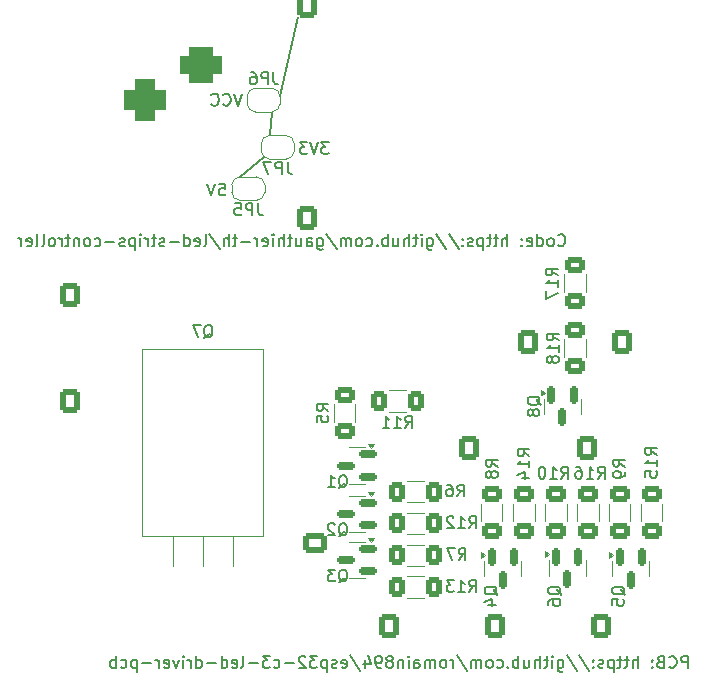
<source format=gbo>
G04 #@! TF.GenerationSoftware,KiCad,Pcbnew,8.0.5-8.0.5-0~ubuntu24.04.1*
G04 #@! TF.CreationDate,2024-09-30T22:34:35+02:00*
G04 #@! TF.ProjectId,ESP32-C3_LED_driver_PCB,45535033-322d-4433-935f-4c45445f6472,v1.0*
G04 #@! TF.SameCoordinates,Original*
G04 #@! TF.FileFunction,Legend,Bot*
G04 #@! TF.FilePolarity,Positive*
%FSLAX46Y46*%
G04 Gerber Fmt 4.6, Leading zero omitted, Abs format (unit mm)*
G04 Created by KiCad (PCBNEW 8.0.5-8.0.5-0~ubuntu24.04.1) date 2024-09-30 22:34:35*
%MOMM*%
%LPD*%
G01*
G04 APERTURE LIST*
G04 Aperture macros list*
%AMRoundRect*
0 Rectangle with rounded corners*
0 $1 Rounding radius*
0 $2 $3 $4 $5 $6 $7 $8 $9 X,Y pos of 4 corners*
0 Add a 4 corners polygon primitive as box body*
4,1,4,$2,$3,$4,$5,$6,$7,$8,$9,$2,$3,0*
0 Add four circle primitives for the rounded corners*
1,1,$1+$1,$2,$3*
1,1,$1+$1,$4,$5*
1,1,$1+$1,$6,$7*
1,1,$1+$1,$8,$9*
0 Add four rect primitives between the rounded corners*
20,1,$1+$1,$2,$3,$4,$5,0*
20,1,$1+$1,$4,$5,$6,$7,0*
20,1,$1+$1,$6,$7,$8,$9,0*
20,1,$1+$1,$8,$9,$2,$3,0*%
%AMFreePoly0*
4,1,19,0.500000,-0.750000,0.000000,-0.750000,0.000000,-0.744911,-0.071157,-0.744911,-0.207708,-0.704816,-0.327430,-0.627875,-0.420627,-0.520320,-0.479746,-0.390866,-0.500000,-0.250000,-0.500000,0.250000,-0.479746,0.390866,-0.420627,0.520320,-0.327430,0.627875,-0.207708,0.704816,-0.071157,0.744911,0.000000,0.744911,0.000000,0.750000,0.500000,0.750000,0.500000,-0.750000,0.500000,-0.750000,
$1*%
%AMFreePoly1*
4,1,19,0.000000,0.744911,0.071157,0.744911,0.207708,0.704816,0.327430,0.627875,0.420627,0.520320,0.479746,0.390866,0.500000,0.250000,0.500000,-0.250000,0.479746,-0.390866,0.420627,-0.520320,0.327430,-0.627875,0.207708,-0.704816,0.071157,-0.744911,0.000000,-0.744911,0.000000,-0.750000,-0.500000,-0.750000,-0.500000,0.750000,0.000000,0.750000,0.000000,0.744911,0.000000,0.744911,
$1*%
G04 Aperture macros list end*
%ADD10C,0.150000*%
%ADD11C,0.200000*%
%ADD12C,0.120000*%
%ADD13R,1.500000X1.500000*%
%ADD14C,1.600000*%
%ADD15RoundRect,0.250000X-0.625000X0.400000X-0.625000X-0.400000X0.625000X-0.400000X0.625000X0.400000X0*%
%ADD16RoundRect,0.250000X0.625000X-0.400000X0.625000X0.400000X-0.625000X0.400000X-0.625000X-0.400000X0*%
%ADD17RoundRect,0.150000X-0.150000X0.587500X-0.150000X-0.587500X0.150000X-0.587500X0.150000X0.587500X0*%
%ADD18RoundRect,0.250000X0.600000X0.750000X-0.600000X0.750000X-0.600000X-0.750000X0.600000X-0.750000X0*%
%ADD19O,1.700000X2.000000*%
%ADD20O,1.700000X1.950000*%
%ADD21RoundRect,0.250000X0.600000X0.725000X-0.600000X0.725000X-0.600000X-0.725000X0.600000X-0.725000X0*%
%ADD22C,0.800000*%
%ADD23C,7.000000*%
%ADD24RoundRect,0.250000X-0.600000X-0.750000X0.600000X-0.750000X0.600000X0.750000X-0.600000X0.750000X0*%
%ADD25RoundRect,0.250000X0.400000X0.625000X-0.400000X0.625000X-0.400000X-0.625000X0.400000X-0.625000X0*%
%ADD26R,1.600000X1.600000*%
%ADD27RoundRect,0.250000X-0.400000X-0.625000X0.400000X-0.625000X0.400000X0.625000X-0.400000X0.625000X0*%
%ADD28O,3.500000X3.500000*%
%ADD29R,1.905000X2.000000*%
%ADD30O,1.905000X2.000000*%
%ADD31RoundRect,0.150000X0.587500X0.150000X-0.587500X0.150000X-0.587500X-0.150000X0.587500X-0.150000X0*%
%ADD32FreePoly0,180.000000*%
%ADD33FreePoly1,180.000000*%
%ADD34FreePoly1,0.000000*%
%ADD35FreePoly0,0.000000*%
%ADD36RoundRect,0.250000X-0.600000X-0.725000X0.600000X-0.725000X0.600000X0.725000X-0.600000X0.725000X0*%
%ADD37C,2.109000*%
%ADD38RoundRect,0.250000X-0.725000X0.600000X-0.725000X-0.600000X0.725000X-0.600000X0.725000X0.600000X0*%
%ADD39O,1.950000X1.700000*%
%ADD40R,3.500000X3.500000*%
%ADD41RoundRect,0.750000X-1.000000X0.750000X-1.000000X-0.750000X1.000000X-0.750000X1.000000X0.750000X0*%
%ADD42RoundRect,0.875000X-0.875000X0.875000X-0.875000X-0.875000X0.875000X-0.875000X0.875000X0.875000X0*%
%ADD43RoundRect,0.250000X0.725000X-0.600000X0.725000X0.600000X-0.725000X0.600000X-0.725000X-0.600000X0*%
G04 APERTURE END LIST*
D10*
X147591792Y-83774580D02*
X147639411Y-83822200D01*
X147639411Y-83822200D02*
X147782268Y-83869819D01*
X147782268Y-83869819D02*
X147877506Y-83869819D01*
X147877506Y-83869819D02*
X148020363Y-83822200D01*
X148020363Y-83822200D02*
X148115601Y-83726961D01*
X148115601Y-83726961D02*
X148163220Y-83631723D01*
X148163220Y-83631723D02*
X148210839Y-83441247D01*
X148210839Y-83441247D02*
X148210839Y-83298390D01*
X148210839Y-83298390D02*
X148163220Y-83107914D01*
X148163220Y-83107914D02*
X148115601Y-83012676D01*
X148115601Y-83012676D02*
X148020363Y-82917438D01*
X148020363Y-82917438D02*
X147877506Y-82869819D01*
X147877506Y-82869819D02*
X147782268Y-82869819D01*
X147782268Y-82869819D02*
X147639411Y-82917438D01*
X147639411Y-82917438D02*
X147591792Y-82965057D01*
X147020363Y-83869819D02*
X147115601Y-83822200D01*
X147115601Y-83822200D02*
X147163220Y-83774580D01*
X147163220Y-83774580D02*
X147210839Y-83679342D01*
X147210839Y-83679342D02*
X147210839Y-83393628D01*
X147210839Y-83393628D02*
X147163220Y-83298390D01*
X147163220Y-83298390D02*
X147115601Y-83250771D01*
X147115601Y-83250771D02*
X147020363Y-83203152D01*
X147020363Y-83203152D02*
X146877506Y-83203152D01*
X146877506Y-83203152D02*
X146782268Y-83250771D01*
X146782268Y-83250771D02*
X146734649Y-83298390D01*
X146734649Y-83298390D02*
X146687030Y-83393628D01*
X146687030Y-83393628D02*
X146687030Y-83679342D01*
X146687030Y-83679342D02*
X146734649Y-83774580D01*
X146734649Y-83774580D02*
X146782268Y-83822200D01*
X146782268Y-83822200D02*
X146877506Y-83869819D01*
X146877506Y-83869819D02*
X147020363Y-83869819D01*
X145829887Y-83869819D02*
X145829887Y-82869819D01*
X145829887Y-83822200D02*
X145925125Y-83869819D01*
X145925125Y-83869819D02*
X146115601Y-83869819D01*
X146115601Y-83869819D02*
X146210839Y-83822200D01*
X146210839Y-83822200D02*
X146258458Y-83774580D01*
X146258458Y-83774580D02*
X146306077Y-83679342D01*
X146306077Y-83679342D02*
X146306077Y-83393628D01*
X146306077Y-83393628D02*
X146258458Y-83298390D01*
X146258458Y-83298390D02*
X146210839Y-83250771D01*
X146210839Y-83250771D02*
X146115601Y-83203152D01*
X146115601Y-83203152D02*
X145925125Y-83203152D01*
X145925125Y-83203152D02*
X145829887Y-83250771D01*
X144972744Y-83822200D02*
X145067982Y-83869819D01*
X145067982Y-83869819D02*
X145258458Y-83869819D01*
X145258458Y-83869819D02*
X145353696Y-83822200D01*
X145353696Y-83822200D02*
X145401315Y-83726961D01*
X145401315Y-83726961D02*
X145401315Y-83346009D01*
X145401315Y-83346009D02*
X145353696Y-83250771D01*
X145353696Y-83250771D02*
X145258458Y-83203152D01*
X145258458Y-83203152D02*
X145067982Y-83203152D01*
X145067982Y-83203152D02*
X144972744Y-83250771D01*
X144972744Y-83250771D02*
X144925125Y-83346009D01*
X144925125Y-83346009D02*
X144925125Y-83441247D01*
X144925125Y-83441247D02*
X145401315Y-83536485D01*
X144496553Y-83774580D02*
X144448934Y-83822200D01*
X144448934Y-83822200D02*
X144496553Y-83869819D01*
X144496553Y-83869819D02*
X144544172Y-83822200D01*
X144544172Y-83822200D02*
X144496553Y-83774580D01*
X144496553Y-83774580D02*
X144496553Y-83869819D01*
X144496553Y-83250771D02*
X144448934Y-83298390D01*
X144448934Y-83298390D02*
X144496553Y-83346009D01*
X144496553Y-83346009D02*
X144544172Y-83298390D01*
X144544172Y-83298390D02*
X144496553Y-83250771D01*
X144496553Y-83250771D02*
X144496553Y-83346009D01*
X143258458Y-83869819D02*
X143258458Y-82869819D01*
X142829887Y-83869819D02*
X142829887Y-83346009D01*
X142829887Y-83346009D02*
X142877506Y-83250771D01*
X142877506Y-83250771D02*
X142972744Y-83203152D01*
X142972744Y-83203152D02*
X143115601Y-83203152D01*
X143115601Y-83203152D02*
X143210839Y-83250771D01*
X143210839Y-83250771D02*
X143258458Y-83298390D01*
X142496553Y-83203152D02*
X142115601Y-83203152D01*
X142353696Y-82869819D02*
X142353696Y-83726961D01*
X142353696Y-83726961D02*
X142306077Y-83822200D01*
X142306077Y-83822200D02*
X142210839Y-83869819D01*
X142210839Y-83869819D02*
X142115601Y-83869819D01*
X141925124Y-83203152D02*
X141544172Y-83203152D01*
X141782267Y-82869819D02*
X141782267Y-83726961D01*
X141782267Y-83726961D02*
X141734648Y-83822200D01*
X141734648Y-83822200D02*
X141639410Y-83869819D01*
X141639410Y-83869819D02*
X141544172Y-83869819D01*
X141210838Y-83203152D02*
X141210838Y-84203152D01*
X141210838Y-83250771D02*
X141115600Y-83203152D01*
X141115600Y-83203152D02*
X140925124Y-83203152D01*
X140925124Y-83203152D02*
X140829886Y-83250771D01*
X140829886Y-83250771D02*
X140782267Y-83298390D01*
X140782267Y-83298390D02*
X140734648Y-83393628D01*
X140734648Y-83393628D02*
X140734648Y-83679342D01*
X140734648Y-83679342D02*
X140782267Y-83774580D01*
X140782267Y-83774580D02*
X140829886Y-83822200D01*
X140829886Y-83822200D02*
X140925124Y-83869819D01*
X140925124Y-83869819D02*
X141115600Y-83869819D01*
X141115600Y-83869819D02*
X141210838Y-83822200D01*
X140353695Y-83822200D02*
X140258457Y-83869819D01*
X140258457Y-83869819D02*
X140067981Y-83869819D01*
X140067981Y-83869819D02*
X139972743Y-83822200D01*
X139972743Y-83822200D02*
X139925124Y-83726961D01*
X139925124Y-83726961D02*
X139925124Y-83679342D01*
X139925124Y-83679342D02*
X139972743Y-83584104D01*
X139972743Y-83584104D02*
X140067981Y-83536485D01*
X140067981Y-83536485D02*
X140210838Y-83536485D01*
X140210838Y-83536485D02*
X140306076Y-83488866D01*
X140306076Y-83488866D02*
X140353695Y-83393628D01*
X140353695Y-83393628D02*
X140353695Y-83346009D01*
X140353695Y-83346009D02*
X140306076Y-83250771D01*
X140306076Y-83250771D02*
X140210838Y-83203152D01*
X140210838Y-83203152D02*
X140067981Y-83203152D01*
X140067981Y-83203152D02*
X139972743Y-83250771D01*
X139496552Y-83774580D02*
X139448933Y-83822200D01*
X139448933Y-83822200D02*
X139496552Y-83869819D01*
X139496552Y-83869819D02*
X139544171Y-83822200D01*
X139544171Y-83822200D02*
X139496552Y-83774580D01*
X139496552Y-83774580D02*
X139496552Y-83869819D01*
X139496552Y-83250771D02*
X139448933Y-83298390D01*
X139448933Y-83298390D02*
X139496552Y-83346009D01*
X139496552Y-83346009D02*
X139544171Y-83298390D01*
X139544171Y-83298390D02*
X139496552Y-83250771D01*
X139496552Y-83250771D02*
X139496552Y-83346009D01*
X138306077Y-82822200D02*
X139163219Y-84107914D01*
X137258458Y-82822200D02*
X138115600Y-84107914D01*
X136496553Y-83203152D02*
X136496553Y-84012676D01*
X136496553Y-84012676D02*
X136544172Y-84107914D01*
X136544172Y-84107914D02*
X136591791Y-84155533D01*
X136591791Y-84155533D02*
X136687029Y-84203152D01*
X136687029Y-84203152D02*
X136829886Y-84203152D01*
X136829886Y-84203152D02*
X136925124Y-84155533D01*
X136496553Y-83822200D02*
X136591791Y-83869819D01*
X136591791Y-83869819D02*
X136782267Y-83869819D01*
X136782267Y-83869819D02*
X136877505Y-83822200D01*
X136877505Y-83822200D02*
X136925124Y-83774580D01*
X136925124Y-83774580D02*
X136972743Y-83679342D01*
X136972743Y-83679342D02*
X136972743Y-83393628D01*
X136972743Y-83393628D02*
X136925124Y-83298390D01*
X136925124Y-83298390D02*
X136877505Y-83250771D01*
X136877505Y-83250771D02*
X136782267Y-83203152D01*
X136782267Y-83203152D02*
X136591791Y-83203152D01*
X136591791Y-83203152D02*
X136496553Y-83250771D01*
X136020362Y-83869819D02*
X136020362Y-83203152D01*
X136020362Y-82869819D02*
X136067981Y-82917438D01*
X136067981Y-82917438D02*
X136020362Y-82965057D01*
X136020362Y-82965057D02*
X135972743Y-82917438D01*
X135972743Y-82917438D02*
X136020362Y-82869819D01*
X136020362Y-82869819D02*
X136020362Y-82965057D01*
X135687029Y-83203152D02*
X135306077Y-83203152D01*
X135544172Y-82869819D02*
X135544172Y-83726961D01*
X135544172Y-83726961D02*
X135496553Y-83822200D01*
X135496553Y-83822200D02*
X135401315Y-83869819D01*
X135401315Y-83869819D02*
X135306077Y-83869819D01*
X134972743Y-83869819D02*
X134972743Y-82869819D01*
X134544172Y-83869819D02*
X134544172Y-83346009D01*
X134544172Y-83346009D02*
X134591791Y-83250771D01*
X134591791Y-83250771D02*
X134687029Y-83203152D01*
X134687029Y-83203152D02*
X134829886Y-83203152D01*
X134829886Y-83203152D02*
X134925124Y-83250771D01*
X134925124Y-83250771D02*
X134972743Y-83298390D01*
X133639410Y-83203152D02*
X133639410Y-83869819D01*
X134067981Y-83203152D02*
X134067981Y-83726961D01*
X134067981Y-83726961D02*
X134020362Y-83822200D01*
X134020362Y-83822200D02*
X133925124Y-83869819D01*
X133925124Y-83869819D02*
X133782267Y-83869819D01*
X133782267Y-83869819D02*
X133687029Y-83822200D01*
X133687029Y-83822200D02*
X133639410Y-83774580D01*
X133163219Y-83869819D02*
X133163219Y-82869819D01*
X133163219Y-83250771D02*
X133067981Y-83203152D01*
X133067981Y-83203152D02*
X132877505Y-83203152D01*
X132877505Y-83203152D02*
X132782267Y-83250771D01*
X132782267Y-83250771D02*
X132734648Y-83298390D01*
X132734648Y-83298390D02*
X132687029Y-83393628D01*
X132687029Y-83393628D02*
X132687029Y-83679342D01*
X132687029Y-83679342D02*
X132734648Y-83774580D01*
X132734648Y-83774580D02*
X132782267Y-83822200D01*
X132782267Y-83822200D02*
X132877505Y-83869819D01*
X132877505Y-83869819D02*
X133067981Y-83869819D01*
X133067981Y-83869819D02*
X133163219Y-83822200D01*
X132258457Y-83774580D02*
X132210838Y-83822200D01*
X132210838Y-83822200D02*
X132258457Y-83869819D01*
X132258457Y-83869819D02*
X132306076Y-83822200D01*
X132306076Y-83822200D02*
X132258457Y-83774580D01*
X132258457Y-83774580D02*
X132258457Y-83869819D01*
X131353696Y-83822200D02*
X131448934Y-83869819D01*
X131448934Y-83869819D02*
X131639410Y-83869819D01*
X131639410Y-83869819D02*
X131734648Y-83822200D01*
X131734648Y-83822200D02*
X131782267Y-83774580D01*
X131782267Y-83774580D02*
X131829886Y-83679342D01*
X131829886Y-83679342D02*
X131829886Y-83393628D01*
X131829886Y-83393628D02*
X131782267Y-83298390D01*
X131782267Y-83298390D02*
X131734648Y-83250771D01*
X131734648Y-83250771D02*
X131639410Y-83203152D01*
X131639410Y-83203152D02*
X131448934Y-83203152D01*
X131448934Y-83203152D02*
X131353696Y-83250771D01*
X130782267Y-83869819D02*
X130877505Y-83822200D01*
X130877505Y-83822200D02*
X130925124Y-83774580D01*
X130925124Y-83774580D02*
X130972743Y-83679342D01*
X130972743Y-83679342D02*
X130972743Y-83393628D01*
X130972743Y-83393628D02*
X130925124Y-83298390D01*
X130925124Y-83298390D02*
X130877505Y-83250771D01*
X130877505Y-83250771D02*
X130782267Y-83203152D01*
X130782267Y-83203152D02*
X130639410Y-83203152D01*
X130639410Y-83203152D02*
X130544172Y-83250771D01*
X130544172Y-83250771D02*
X130496553Y-83298390D01*
X130496553Y-83298390D02*
X130448934Y-83393628D01*
X130448934Y-83393628D02*
X130448934Y-83679342D01*
X130448934Y-83679342D02*
X130496553Y-83774580D01*
X130496553Y-83774580D02*
X130544172Y-83822200D01*
X130544172Y-83822200D02*
X130639410Y-83869819D01*
X130639410Y-83869819D02*
X130782267Y-83869819D01*
X130020362Y-83869819D02*
X130020362Y-83203152D01*
X130020362Y-83298390D02*
X129972743Y-83250771D01*
X129972743Y-83250771D02*
X129877505Y-83203152D01*
X129877505Y-83203152D02*
X129734648Y-83203152D01*
X129734648Y-83203152D02*
X129639410Y-83250771D01*
X129639410Y-83250771D02*
X129591791Y-83346009D01*
X129591791Y-83346009D02*
X129591791Y-83869819D01*
X129591791Y-83346009D02*
X129544172Y-83250771D01*
X129544172Y-83250771D02*
X129448934Y-83203152D01*
X129448934Y-83203152D02*
X129306077Y-83203152D01*
X129306077Y-83203152D02*
X129210838Y-83250771D01*
X129210838Y-83250771D02*
X129163219Y-83346009D01*
X129163219Y-83346009D02*
X129163219Y-83869819D01*
X127972744Y-82822200D02*
X128829886Y-84107914D01*
X127210839Y-83203152D02*
X127210839Y-84012676D01*
X127210839Y-84012676D02*
X127258458Y-84107914D01*
X127258458Y-84107914D02*
X127306077Y-84155533D01*
X127306077Y-84155533D02*
X127401315Y-84203152D01*
X127401315Y-84203152D02*
X127544172Y-84203152D01*
X127544172Y-84203152D02*
X127639410Y-84155533D01*
X127210839Y-83822200D02*
X127306077Y-83869819D01*
X127306077Y-83869819D02*
X127496553Y-83869819D01*
X127496553Y-83869819D02*
X127591791Y-83822200D01*
X127591791Y-83822200D02*
X127639410Y-83774580D01*
X127639410Y-83774580D02*
X127687029Y-83679342D01*
X127687029Y-83679342D02*
X127687029Y-83393628D01*
X127687029Y-83393628D02*
X127639410Y-83298390D01*
X127639410Y-83298390D02*
X127591791Y-83250771D01*
X127591791Y-83250771D02*
X127496553Y-83203152D01*
X127496553Y-83203152D02*
X127306077Y-83203152D01*
X127306077Y-83203152D02*
X127210839Y-83250771D01*
X126306077Y-83869819D02*
X126306077Y-83346009D01*
X126306077Y-83346009D02*
X126353696Y-83250771D01*
X126353696Y-83250771D02*
X126448934Y-83203152D01*
X126448934Y-83203152D02*
X126639410Y-83203152D01*
X126639410Y-83203152D02*
X126734648Y-83250771D01*
X126306077Y-83822200D02*
X126401315Y-83869819D01*
X126401315Y-83869819D02*
X126639410Y-83869819D01*
X126639410Y-83869819D02*
X126734648Y-83822200D01*
X126734648Y-83822200D02*
X126782267Y-83726961D01*
X126782267Y-83726961D02*
X126782267Y-83631723D01*
X126782267Y-83631723D02*
X126734648Y-83536485D01*
X126734648Y-83536485D02*
X126639410Y-83488866D01*
X126639410Y-83488866D02*
X126401315Y-83488866D01*
X126401315Y-83488866D02*
X126306077Y-83441247D01*
X125401315Y-83203152D02*
X125401315Y-83869819D01*
X125829886Y-83203152D02*
X125829886Y-83726961D01*
X125829886Y-83726961D02*
X125782267Y-83822200D01*
X125782267Y-83822200D02*
X125687029Y-83869819D01*
X125687029Y-83869819D02*
X125544172Y-83869819D01*
X125544172Y-83869819D02*
X125448934Y-83822200D01*
X125448934Y-83822200D02*
X125401315Y-83774580D01*
X125067981Y-83203152D02*
X124687029Y-83203152D01*
X124925124Y-82869819D02*
X124925124Y-83726961D01*
X124925124Y-83726961D02*
X124877505Y-83822200D01*
X124877505Y-83822200D02*
X124782267Y-83869819D01*
X124782267Y-83869819D02*
X124687029Y-83869819D01*
X124353695Y-83869819D02*
X124353695Y-82869819D01*
X123925124Y-83869819D02*
X123925124Y-83346009D01*
X123925124Y-83346009D02*
X123972743Y-83250771D01*
X123972743Y-83250771D02*
X124067981Y-83203152D01*
X124067981Y-83203152D02*
X124210838Y-83203152D01*
X124210838Y-83203152D02*
X124306076Y-83250771D01*
X124306076Y-83250771D02*
X124353695Y-83298390D01*
X123448933Y-83869819D02*
X123448933Y-83203152D01*
X123448933Y-82869819D02*
X123496552Y-82917438D01*
X123496552Y-82917438D02*
X123448933Y-82965057D01*
X123448933Y-82965057D02*
X123401314Y-82917438D01*
X123401314Y-82917438D02*
X123448933Y-82869819D01*
X123448933Y-82869819D02*
X123448933Y-82965057D01*
X122591791Y-83822200D02*
X122687029Y-83869819D01*
X122687029Y-83869819D02*
X122877505Y-83869819D01*
X122877505Y-83869819D02*
X122972743Y-83822200D01*
X122972743Y-83822200D02*
X123020362Y-83726961D01*
X123020362Y-83726961D02*
X123020362Y-83346009D01*
X123020362Y-83346009D02*
X122972743Y-83250771D01*
X122972743Y-83250771D02*
X122877505Y-83203152D01*
X122877505Y-83203152D02*
X122687029Y-83203152D01*
X122687029Y-83203152D02*
X122591791Y-83250771D01*
X122591791Y-83250771D02*
X122544172Y-83346009D01*
X122544172Y-83346009D02*
X122544172Y-83441247D01*
X122544172Y-83441247D02*
X123020362Y-83536485D01*
X122115600Y-83869819D02*
X122115600Y-83203152D01*
X122115600Y-83393628D02*
X122067981Y-83298390D01*
X122067981Y-83298390D02*
X122020362Y-83250771D01*
X122020362Y-83250771D02*
X121925124Y-83203152D01*
X121925124Y-83203152D02*
X121829886Y-83203152D01*
X121496552Y-83488866D02*
X120734648Y-83488866D01*
X120401314Y-83203152D02*
X120020362Y-83203152D01*
X120258457Y-82869819D02*
X120258457Y-83726961D01*
X120258457Y-83726961D02*
X120210838Y-83822200D01*
X120210838Y-83822200D02*
X120115600Y-83869819D01*
X120115600Y-83869819D02*
X120020362Y-83869819D01*
X119687028Y-83869819D02*
X119687028Y-82869819D01*
X119258457Y-83869819D02*
X119258457Y-83346009D01*
X119258457Y-83346009D02*
X119306076Y-83250771D01*
X119306076Y-83250771D02*
X119401314Y-83203152D01*
X119401314Y-83203152D02*
X119544171Y-83203152D01*
X119544171Y-83203152D02*
X119639409Y-83250771D01*
X119639409Y-83250771D02*
X119687028Y-83298390D01*
X118067981Y-82822200D02*
X118925123Y-84107914D01*
X117591790Y-83869819D02*
X117687028Y-83822200D01*
X117687028Y-83822200D02*
X117734647Y-83726961D01*
X117734647Y-83726961D02*
X117734647Y-82869819D01*
X116829885Y-83822200D02*
X116925123Y-83869819D01*
X116925123Y-83869819D02*
X117115599Y-83869819D01*
X117115599Y-83869819D02*
X117210837Y-83822200D01*
X117210837Y-83822200D02*
X117258456Y-83726961D01*
X117258456Y-83726961D02*
X117258456Y-83346009D01*
X117258456Y-83346009D02*
X117210837Y-83250771D01*
X117210837Y-83250771D02*
X117115599Y-83203152D01*
X117115599Y-83203152D02*
X116925123Y-83203152D01*
X116925123Y-83203152D02*
X116829885Y-83250771D01*
X116829885Y-83250771D02*
X116782266Y-83346009D01*
X116782266Y-83346009D02*
X116782266Y-83441247D01*
X116782266Y-83441247D02*
X117258456Y-83536485D01*
X115925123Y-83869819D02*
X115925123Y-82869819D01*
X115925123Y-83822200D02*
X116020361Y-83869819D01*
X116020361Y-83869819D02*
X116210837Y-83869819D01*
X116210837Y-83869819D02*
X116306075Y-83822200D01*
X116306075Y-83822200D02*
X116353694Y-83774580D01*
X116353694Y-83774580D02*
X116401313Y-83679342D01*
X116401313Y-83679342D02*
X116401313Y-83393628D01*
X116401313Y-83393628D02*
X116353694Y-83298390D01*
X116353694Y-83298390D02*
X116306075Y-83250771D01*
X116306075Y-83250771D02*
X116210837Y-83203152D01*
X116210837Y-83203152D02*
X116020361Y-83203152D01*
X116020361Y-83203152D02*
X115925123Y-83250771D01*
X115448932Y-83488866D02*
X114687028Y-83488866D01*
X114258456Y-83822200D02*
X114163218Y-83869819D01*
X114163218Y-83869819D02*
X113972742Y-83869819D01*
X113972742Y-83869819D02*
X113877504Y-83822200D01*
X113877504Y-83822200D02*
X113829885Y-83726961D01*
X113829885Y-83726961D02*
X113829885Y-83679342D01*
X113829885Y-83679342D02*
X113877504Y-83584104D01*
X113877504Y-83584104D02*
X113972742Y-83536485D01*
X113972742Y-83536485D02*
X114115599Y-83536485D01*
X114115599Y-83536485D02*
X114210837Y-83488866D01*
X114210837Y-83488866D02*
X114258456Y-83393628D01*
X114258456Y-83393628D02*
X114258456Y-83346009D01*
X114258456Y-83346009D02*
X114210837Y-83250771D01*
X114210837Y-83250771D02*
X114115599Y-83203152D01*
X114115599Y-83203152D02*
X113972742Y-83203152D01*
X113972742Y-83203152D02*
X113877504Y-83250771D01*
X113544170Y-83203152D02*
X113163218Y-83203152D01*
X113401313Y-82869819D02*
X113401313Y-83726961D01*
X113401313Y-83726961D02*
X113353694Y-83822200D01*
X113353694Y-83822200D02*
X113258456Y-83869819D01*
X113258456Y-83869819D02*
X113163218Y-83869819D01*
X112829884Y-83869819D02*
X112829884Y-83203152D01*
X112829884Y-83393628D02*
X112782265Y-83298390D01*
X112782265Y-83298390D02*
X112734646Y-83250771D01*
X112734646Y-83250771D02*
X112639408Y-83203152D01*
X112639408Y-83203152D02*
X112544170Y-83203152D01*
X112210836Y-83869819D02*
X112210836Y-83203152D01*
X112210836Y-82869819D02*
X112258455Y-82917438D01*
X112258455Y-82917438D02*
X112210836Y-82965057D01*
X112210836Y-82965057D02*
X112163217Y-82917438D01*
X112163217Y-82917438D02*
X112210836Y-82869819D01*
X112210836Y-82869819D02*
X112210836Y-82965057D01*
X111734646Y-83203152D02*
X111734646Y-84203152D01*
X111734646Y-83250771D02*
X111639408Y-83203152D01*
X111639408Y-83203152D02*
X111448932Y-83203152D01*
X111448932Y-83203152D02*
X111353694Y-83250771D01*
X111353694Y-83250771D02*
X111306075Y-83298390D01*
X111306075Y-83298390D02*
X111258456Y-83393628D01*
X111258456Y-83393628D02*
X111258456Y-83679342D01*
X111258456Y-83679342D02*
X111306075Y-83774580D01*
X111306075Y-83774580D02*
X111353694Y-83822200D01*
X111353694Y-83822200D02*
X111448932Y-83869819D01*
X111448932Y-83869819D02*
X111639408Y-83869819D01*
X111639408Y-83869819D02*
X111734646Y-83822200D01*
X110877503Y-83822200D02*
X110782265Y-83869819D01*
X110782265Y-83869819D02*
X110591789Y-83869819D01*
X110591789Y-83869819D02*
X110496551Y-83822200D01*
X110496551Y-83822200D02*
X110448932Y-83726961D01*
X110448932Y-83726961D02*
X110448932Y-83679342D01*
X110448932Y-83679342D02*
X110496551Y-83584104D01*
X110496551Y-83584104D02*
X110591789Y-83536485D01*
X110591789Y-83536485D02*
X110734646Y-83536485D01*
X110734646Y-83536485D02*
X110829884Y-83488866D01*
X110829884Y-83488866D02*
X110877503Y-83393628D01*
X110877503Y-83393628D02*
X110877503Y-83346009D01*
X110877503Y-83346009D02*
X110829884Y-83250771D01*
X110829884Y-83250771D02*
X110734646Y-83203152D01*
X110734646Y-83203152D02*
X110591789Y-83203152D01*
X110591789Y-83203152D02*
X110496551Y-83250771D01*
X110020360Y-83488866D02*
X109258456Y-83488866D01*
X108353694Y-83822200D02*
X108448932Y-83869819D01*
X108448932Y-83869819D02*
X108639408Y-83869819D01*
X108639408Y-83869819D02*
X108734646Y-83822200D01*
X108734646Y-83822200D02*
X108782265Y-83774580D01*
X108782265Y-83774580D02*
X108829884Y-83679342D01*
X108829884Y-83679342D02*
X108829884Y-83393628D01*
X108829884Y-83393628D02*
X108782265Y-83298390D01*
X108782265Y-83298390D02*
X108734646Y-83250771D01*
X108734646Y-83250771D02*
X108639408Y-83203152D01*
X108639408Y-83203152D02*
X108448932Y-83203152D01*
X108448932Y-83203152D02*
X108353694Y-83250771D01*
X107782265Y-83869819D02*
X107877503Y-83822200D01*
X107877503Y-83822200D02*
X107925122Y-83774580D01*
X107925122Y-83774580D02*
X107972741Y-83679342D01*
X107972741Y-83679342D02*
X107972741Y-83393628D01*
X107972741Y-83393628D02*
X107925122Y-83298390D01*
X107925122Y-83298390D02*
X107877503Y-83250771D01*
X107877503Y-83250771D02*
X107782265Y-83203152D01*
X107782265Y-83203152D02*
X107639408Y-83203152D01*
X107639408Y-83203152D02*
X107544170Y-83250771D01*
X107544170Y-83250771D02*
X107496551Y-83298390D01*
X107496551Y-83298390D02*
X107448932Y-83393628D01*
X107448932Y-83393628D02*
X107448932Y-83679342D01*
X107448932Y-83679342D02*
X107496551Y-83774580D01*
X107496551Y-83774580D02*
X107544170Y-83822200D01*
X107544170Y-83822200D02*
X107639408Y-83869819D01*
X107639408Y-83869819D02*
X107782265Y-83869819D01*
X107020360Y-83203152D02*
X107020360Y-83869819D01*
X107020360Y-83298390D02*
X106972741Y-83250771D01*
X106972741Y-83250771D02*
X106877503Y-83203152D01*
X106877503Y-83203152D02*
X106734646Y-83203152D01*
X106734646Y-83203152D02*
X106639408Y-83250771D01*
X106639408Y-83250771D02*
X106591789Y-83346009D01*
X106591789Y-83346009D02*
X106591789Y-83869819D01*
X106258455Y-83203152D02*
X105877503Y-83203152D01*
X106115598Y-82869819D02*
X106115598Y-83726961D01*
X106115598Y-83726961D02*
X106067979Y-83822200D01*
X106067979Y-83822200D02*
X105972741Y-83869819D01*
X105972741Y-83869819D02*
X105877503Y-83869819D01*
X105544169Y-83869819D02*
X105544169Y-83203152D01*
X105544169Y-83393628D02*
X105496550Y-83298390D01*
X105496550Y-83298390D02*
X105448931Y-83250771D01*
X105448931Y-83250771D02*
X105353693Y-83203152D01*
X105353693Y-83203152D02*
X105258455Y-83203152D01*
X104782264Y-83869819D02*
X104877502Y-83822200D01*
X104877502Y-83822200D02*
X104925121Y-83774580D01*
X104925121Y-83774580D02*
X104972740Y-83679342D01*
X104972740Y-83679342D02*
X104972740Y-83393628D01*
X104972740Y-83393628D02*
X104925121Y-83298390D01*
X104925121Y-83298390D02*
X104877502Y-83250771D01*
X104877502Y-83250771D02*
X104782264Y-83203152D01*
X104782264Y-83203152D02*
X104639407Y-83203152D01*
X104639407Y-83203152D02*
X104544169Y-83250771D01*
X104544169Y-83250771D02*
X104496550Y-83298390D01*
X104496550Y-83298390D02*
X104448931Y-83393628D01*
X104448931Y-83393628D02*
X104448931Y-83679342D01*
X104448931Y-83679342D02*
X104496550Y-83774580D01*
X104496550Y-83774580D02*
X104544169Y-83822200D01*
X104544169Y-83822200D02*
X104639407Y-83869819D01*
X104639407Y-83869819D02*
X104782264Y-83869819D01*
X103877502Y-83869819D02*
X103972740Y-83822200D01*
X103972740Y-83822200D02*
X104020359Y-83726961D01*
X104020359Y-83726961D02*
X104020359Y-82869819D01*
X103353692Y-83869819D02*
X103448930Y-83822200D01*
X103448930Y-83822200D02*
X103496549Y-83726961D01*
X103496549Y-83726961D02*
X103496549Y-82869819D01*
X102591787Y-83822200D02*
X102687025Y-83869819D01*
X102687025Y-83869819D02*
X102877501Y-83869819D01*
X102877501Y-83869819D02*
X102972739Y-83822200D01*
X102972739Y-83822200D02*
X103020358Y-83726961D01*
X103020358Y-83726961D02*
X103020358Y-83346009D01*
X103020358Y-83346009D02*
X102972739Y-83250771D01*
X102972739Y-83250771D02*
X102877501Y-83203152D01*
X102877501Y-83203152D02*
X102687025Y-83203152D01*
X102687025Y-83203152D02*
X102591787Y-83250771D01*
X102591787Y-83250771D02*
X102544168Y-83346009D01*
X102544168Y-83346009D02*
X102544168Y-83441247D01*
X102544168Y-83441247D02*
X103020358Y-83536485D01*
X102115596Y-83869819D02*
X102115596Y-83203152D01*
X102115596Y-83393628D02*
X102067977Y-83298390D01*
X102067977Y-83298390D02*
X102020358Y-83250771D01*
X102020358Y-83250771D02*
X101925120Y-83203152D01*
X101925120Y-83203152D02*
X101829882Y-83203152D01*
X158563220Y-119569819D02*
X158563220Y-118569819D01*
X158563220Y-118569819D02*
X158182268Y-118569819D01*
X158182268Y-118569819D02*
X158087030Y-118617438D01*
X158087030Y-118617438D02*
X158039411Y-118665057D01*
X158039411Y-118665057D02*
X157991792Y-118760295D01*
X157991792Y-118760295D02*
X157991792Y-118903152D01*
X157991792Y-118903152D02*
X158039411Y-118998390D01*
X158039411Y-118998390D02*
X158087030Y-119046009D01*
X158087030Y-119046009D02*
X158182268Y-119093628D01*
X158182268Y-119093628D02*
X158563220Y-119093628D01*
X156991792Y-119474580D02*
X157039411Y-119522200D01*
X157039411Y-119522200D02*
X157182268Y-119569819D01*
X157182268Y-119569819D02*
X157277506Y-119569819D01*
X157277506Y-119569819D02*
X157420363Y-119522200D01*
X157420363Y-119522200D02*
X157515601Y-119426961D01*
X157515601Y-119426961D02*
X157563220Y-119331723D01*
X157563220Y-119331723D02*
X157610839Y-119141247D01*
X157610839Y-119141247D02*
X157610839Y-118998390D01*
X157610839Y-118998390D02*
X157563220Y-118807914D01*
X157563220Y-118807914D02*
X157515601Y-118712676D01*
X157515601Y-118712676D02*
X157420363Y-118617438D01*
X157420363Y-118617438D02*
X157277506Y-118569819D01*
X157277506Y-118569819D02*
X157182268Y-118569819D01*
X157182268Y-118569819D02*
X157039411Y-118617438D01*
X157039411Y-118617438D02*
X156991792Y-118665057D01*
X156229887Y-119046009D02*
X156087030Y-119093628D01*
X156087030Y-119093628D02*
X156039411Y-119141247D01*
X156039411Y-119141247D02*
X155991792Y-119236485D01*
X155991792Y-119236485D02*
X155991792Y-119379342D01*
X155991792Y-119379342D02*
X156039411Y-119474580D01*
X156039411Y-119474580D02*
X156087030Y-119522200D01*
X156087030Y-119522200D02*
X156182268Y-119569819D01*
X156182268Y-119569819D02*
X156563220Y-119569819D01*
X156563220Y-119569819D02*
X156563220Y-118569819D01*
X156563220Y-118569819D02*
X156229887Y-118569819D01*
X156229887Y-118569819D02*
X156134649Y-118617438D01*
X156134649Y-118617438D02*
X156087030Y-118665057D01*
X156087030Y-118665057D02*
X156039411Y-118760295D01*
X156039411Y-118760295D02*
X156039411Y-118855533D01*
X156039411Y-118855533D02*
X156087030Y-118950771D01*
X156087030Y-118950771D02*
X156134649Y-118998390D01*
X156134649Y-118998390D02*
X156229887Y-119046009D01*
X156229887Y-119046009D02*
X156563220Y-119046009D01*
X155563220Y-119474580D02*
X155515601Y-119522200D01*
X155515601Y-119522200D02*
X155563220Y-119569819D01*
X155563220Y-119569819D02*
X155610839Y-119522200D01*
X155610839Y-119522200D02*
X155563220Y-119474580D01*
X155563220Y-119474580D02*
X155563220Y-119569819D01*
X155563220Y-118950771D02*
X155515601Y-118998390D01*
X155515601Y-118998390D02*
X155563220Y-119046009D01*
X155563220Y-119046009D02*
X155610839Y-118998390D01*
X155610839Y-118998390D02*
X155563220Y-118950771D01*
X155563220Y-118950771D02*
X155563220Y-119046009D01*
X154325125Y-119569819D02*
X154325125Y-118569819D01*
X153896554Y-119569819D02*
X153896554Y-119046009D01*
X153896554Y-119046009D02*
X153944173Y-118950771D01*
X153944173Y-118950771D02*
X154039411Y-118903152D01*
X154039411Y-118903152D02*
X154182268Y-118903152D01*
X154182268Y-118903152D02*
X154277506Y-118950771D01*
X154277506Y-118950771D02*
X154325125Y-118998390D01*
X153563220Y-118903152D02*
X153182268Y-118903152D01*
X153420363Y-118569819D02*
X153420363Y-119426961D01*
X153420363Y-119426961D02*
X153372744Y-119522200D01*
X153372744Y-119522200D02*
X153277506Y-119569819D01*
X153277506Y-119569819D02*
X153182268Y-119569819D01*
X152991791Y-118903152D02*
X152610839Y-118903152D01*
X152848934Y-118569819D02*
X152848934Y-119426961D01*
X152848934Y-119426961D02*
X152801315Y-119522200D01*
X152801315Y-119522200D02*
X152706077Y-119569819D01*
X152706077Y-119569819D02*
X152610839Y-119569819D01*
X152277505Y-118903152D02*
X152277505Y-119903152D01*
X152277505Y-118950771D02*
X152182267Y-118903152D01*
X152182267Y-118903152D02*
X151991791Y-118903152D01*
X151991791Y-118903152D02*
X151896553Y-118950771D01*
X151896553Y-118950771D02*
X151848934Y-118998390D01*
X151848934Y-118998390D02*
X151801315Y-119093628D01*
X151801315Y-119093628D02*
X151801315Y-119379342D01*
X151801315Y-119379342D02*
X151848934Y-119474580D01*
X151848934Y-119474580D02*
X151896553Y-119522200D01*
X151896553Y-119522200D02*
X151991791Y-119569819D01*
X151991791Y-119569819D02*
X152182267Y-119569819D01*
X152182267Y-119569819D02*
X152277505Y-119522200D01*
X151420362Y-119522200D02*
X151325124Y-119569819D01*
X151325124Y-119569819D02*
X151134648Y-119569819D01*
X151134648Y-119569819D02*
X151039410Y-119522200D01*
X151039410Y-119522200D02*
X150991791Y-119426961D01*
X150991791Y-119426961D02*
X150991791Y-119379342D01*
X150991791Y-119379342D02*
X151039410Y-119284104D01*
X151039410Y-119284104D02*
X151134648Y-119236485D01*
X151134648Y-119236485D02*
X151277505Y-119236485D01*
X151277505Y-119236485D02*
X151372743Y-119188866D01*
X151372743Y-119188866D02*
X151420362Y-119093628D01*
X151420362Y-119093628D02*
X151420362Y-119046009D01*
X151420362Y-119046009D02*
X151372743Y-118950771D01*
X151372743Y-118950771D02*
X151277505Y-118903152D01*
X151277505Y-118903152D02*
X151134648Y-118903152D01*
X151134648Y-118903152D02*
X151039410Y-118950771D01*
X150563219Y-119474580D02*
X150515600Y-119522200D01*
X150515600Y-119522200D02*
X150563219Y-119569819D01*
X150563219Y-119569819D02*
X150610838Y-119522200D01*
X150610838Y-119522200D02*
X150563219Y-119474580D01*
X150563219Y-119474580D02*
X150563219Y-119569819D01*
X150563219Y-118950771D02*
X150515600Y-118998390D01*
X150515600Y-118998390D02*
X150563219Y-119046009D01*
X150563219Y-119046009D02*
X150610838Y-118998390D01*
X150610838Y-118998390D02*
X150563219Y-118950771D01*
X150563219Y-118950771D02*
X150563219Y-119046009D01*
X149372744Y-118522200D02*
X150229886Y-119807914D01*
X148325125Y-118522200D02*
X149182267Y-119807914D01*
X147563220Y-118903152D02*
X147563220Y-119712676D01*
X147563220Y-119712676D02*
X147610839Y-119807914D01*
X147610839Y-119807914D02*
X147658458Y-119855533D01*
X147658458Y-119855533D02*
X147753696Y-119903152D01*
X147753696Y-119903152D02*
X147896553Y-119903152D01*
X147896553Y-119903152D02*
X147991791Y-119855533D01*
X147563220Y-119522200D02*
X147658458Y-119569819D01*
X147658458Y-119569819D02*
X147848934Y-119569819D01*
X147848934Y-119569819D02*
X147944172Y-119522200D01*
X147944172Y-119522200D02*
X147991791Y-119474580D01*
X147991791Y-119474580D02*
X148039410Y-119379342D01*
X148039410Y-119379342D02*
X148039410Y-119093628D01*
X148039410Y-119093628D02*
X147991791Y-118998390D01*
X147991791Y-118998390D02*
X147944172Y-118950771D01*
X147944172Y-118950771D02*
X147848934Y-118903152D01*
X147848934Y-118903152D02*
X147658458Y-118903152D01*
X147658458Y-118903152D02*
X147563220Y-118950771D01*
X147087029Y-119569819D02*
X147087029Y-118903152D01*
X147087029Y-118569819D02*
X147134648Y-118617438D01*
X147134648Y-118617438D02*
X147087029Y-118665057D01*
X147087029Y-118665057D02*
X147039410Y-118617438D01*
X147039410Y-118617438D02*
X147087029Y-118569819D01*
X147087029Y-118569819D02*
X147087029Y-118665057D01*
X146753696Y-118903152D02*
X146372744Y-118903152D01*
X146610839Y-118569819D02*
X146610839Y-119426961D01*
X146610839Y-119426961D02*
X146563220Y-119522200D01*
X146563220Y-119522200D02*
X146467982Y-119569819D01*
X146467982Y-119569819D02*
X146372744Y-119569819D01*
X146039410Y-119569819D02*
X146039410Y-118569819D01*
X145610839Y-119569819D02*
X145610839Y-119046009D01*
X145610839Y-119046009D02*
X145658458Y-118950771D01*
X145658458Y-118950771D02*
X145753696Y-118903152D01*
X145753696Y-118903152D02*
X145896553Y-118903152D01*
X145896553Y-118903152D02*
X145991791Y-118950771D01*
X145991791Y-118950771D02*
X146039410Y-118998390D01*
X144706077Y-118903152D02*
X144706077Y-119569819D01*
X145134648Y-118903152D02*
X145134648Y-119426961D01*
X145134648Y-119426961D02*
X145087029Y-119522200D01*
X145087029Y-119522200D02*
X144991791Y-119569819D01*
X144991791Y-119569819D02*
X144848934Y-119569819D01*
X144848934Y-119569819D02*
X144753696Y-119522200D01*
X144753696Y-119522200D02*
X144706077Y-119474580D01*
X144229886Y-119569819D02*
X144229886Y-118569819D01*
X144229886Y-118950771D02*
X144134648Y-118903152D01*
X144134648Y-118903152D02*
X143944172Y-118903152D01*
X143944172Y-118903152D02*
X143848934Y-118950771D01*
X143848934Y-118950771D02*
X143801315Y-118998390D01*
X143801315Y-118998390D02*
X143753696Y-119093628D01*
X143753696Y-119093628D02*
X143753696Y-119379342D01*
X143753696Y-119379342D02*
X143801315Y-119474580D01*
X143801315Y-119474580D02*
X143848934Y-119522200D01*
X143848934Y-119522200D02*
X143944172Y-119569819D01*
X143944172Y-119569819D02*
X144134648Y-119569819D01*
X144134648Y-119569819D02*
X144229886Y-119522200D01*
X143325124Y-119474580D02*
X143277505Y-119522200D01*
X143277505Y-119522200D02*
X143325124Y-119569819D01*
X143325124Y-119569819D02*
X143372743Y-119522200D01*
X143372743Y-119522200D02*
X143325124Y-119474580D01*
X143325124Y-119474580D02*
X143325124Y-119569819D01*
X142420363Y-119522200D02*
X142515601Y-119569819D01*
X142515601Y-119569819D02*
X142706077Y-119569819D01*
X142706077Y-119569819D02*
X142801315Y-119522200D01*
X142801315Y-119522200D02*
X142848934Y-119474580D01*
X142848934Y-119474580D02*
X142896553Y-119379342D01*
X142896553Y-119379342D02*
X142896553Y-119093628D01*
X142896553Y-119093628D02*
X142848934Y-118998390D01*
X142848934Y-118998390D02*
X142801315Y-118950771D01*
X142801315Y-118950771D02*
X142706077Y-118903152D01*
X142706077Y-118903152D02*
X142515601Y-118903152D01*
X142515601Y-118903152D02*
X142420363Y-118950771D01*
X141848934Y-119569819D02*
X141944172Y-119522200D01*
X141944172Y-119522200D02*
X141991791Y-119474580D01*
X141991791Y-119474580D02*
X142039410Y-119379342D01*
X142039410Y-119379342D02*
X142039410Y-119093628D01*
X142039410Y-119093628D02*
X141991791Y-118998390D01*
X141991791Y-118998390D02*
X141944172Y-118950771D01*
X141944172Y-118950771D02*
X141848934Y-118903152D01*
X141848934Y-118903152D02*
X141706077Y-118903152D01*
X141706077Y-118903152D02*
X141610839Y-118950771D01*
X141610839Y-118950771D02*
X141563220Y-118998390D01*
X141563220Y-118998390D02*
X141515601Y-119093628D01*
X141515601Y-119093628D02*
X141515601Y-119379342D01*
X141515601Y-119379342D02*
X141563220Y-119474580D01*
X141563220Y-119474580D02*
X141610839Y-119522200D01*
X141610839Y-119522200D02*
X141706077Y-119569819D01*
X141706077Y-119569819D02*
X141848934Y-119569819D01*
X141087029Y-119569819D02*
X141087029Y-118903152D01*
X141087029Y-118998390D02*
X141039410Y-118950771D01*
X141039410Y-118950771D02*
X140944172Y-118903152D01*
X140944172Y-118903152D02*
X140801315Y-118903152D01*
X140801315Y-118903152D02*
X140706077Y-118950771D01*
X140706077Y-118950771D02*
X140658458Y-119046009D01*
X140658458Y-119046009D02*
X140658458Y-119569819D01*
X140658458Y-119046009D02*
X140610839Y-118950771D01*
X140610839Y-118950771D02*
X140515601Y-118903152D01*
X140515601Y-118903152D02*
X140372744Y-118903152D01*
X140372744Y-118903152D02*
X140277505Y-118950771D01*
X140277505Y-118950771D02*
X140229886Y-119046009D01*
X140229886Y-119046009D02*
X140229886Y-119569819D01*
X139039411Y-118522200D02*
X139896553Y-119807914D01*
X138706077Y-119569819D02*
X138706077Y-118903152D01*
X138706077Y-119093628D02*
X138658458Y-118998390D01*
X138658458Y-118998390D02*
X138610839Y-118950771D01*
X138610839Y-118950771D02*
X138515601Y-118903152D01*
X138515601Y-118903152D02*
X138420363Y-118903152D01*
X137944172Y-119569819D02*
X138039410Y-119522200D01*
X138039410Y-119522200D02*
X138087029Y-119474580D01*
X138087029Y-119474580D02*
X138134648Y-119379342D01*
X138134648Y-119379342D02*
X138134648Y-119093628D01*
X138134648Y-119093628D02*
X138087029Y-118998390D01*
X138087029Y-118998390D02*
X138039410Y-118950771D01*
X138039410Y-118950771D02*
X137944172Y-118903152D01*
X137944172Y-118903152D02*
X137801315Y-118903152D01*
X137801315Y-118903152D02*
X137706077Y-118950771D01*
X137706077Y-118950771D02*
X137658458Y-118998390D01*
X137658458Y-118998390D02*
X137610839Y-119093628D01*
X137610839Y-119093628D02*
X137610839Y-119379342D01*
X137610839Y-119379342D02*
X137658458Y-119474580D01*
X137658458Y-119474580D02*
X137706077Y-119522200D01*
X137706077Y-119522200D02*
X137801315Y-119569819D01*
X137801315Y-119569819D02*
X137944172Y-119569819D01*
X137182267Y-119569819D02*
X137182267Y-118903152D01*
X137182267Y-118998390D02*
X137134648Y-118950771D01*
X137134648Y-118950771D02*
X137039410Y-118903152D01*
X137039410Y-118903152D02*
X136896553Y-118903152D01*
X136896553Y-118903152D02*
X136801315Y-118950771D01*
X136801315Y-118950771D02*
X136753696Y-119046009D01*
X136753696Y-119046009D02*
X136753696Y-119569819D01*
X136753696Y-119046009D02*
X136706077Y-118950771D01*
X136706077Y-118950771D02*
X136610839Y-118903152D01*
X136610839Y-118903152D02*
X136467982Y-118903152D01*
X136467982Y-118903152D02*
X136372743Y-118950771D01*
X136372743Y-118950771D02*
X136325124Y-119046009D01*
X136325124Y-119046009D02*
X136325124Y-119569819D01*
X135420363Y-119569819D02*
X135420363Y-119046009D01*
X135420363Y-119046009D02*
X135467982Y-118950771D01*
X135467982Y-118950771D02*
X135563220Y-118903152D01*
X135563220Y-118903152D02*
X135753696Y-118903152D01*
X135753696Y-118903152D02*
X135848934Y-118950771D01*
X135420363Y-119522200D02*
X135515601Y-119569819D01*
X135515601Y-119569819D02*
X135753696Y-119569819D01*
X135753696Y-119569819D02*
X135848934Y-119522200D01*
X135848934Y-119522200D02*
X135896553Y-119426961D01*
X135896553Y-119426961D02*
X135896553Y-119331723D01*
X135896553Y-119331723D02*
X135848934Y-119236485D01*
X135848934Y-119236485D02*
X135753696Y-119188866D01*
X135753696Y-119188866D02*
X135515601Y-119188866D01*
X135515601Y-119188866D02*
X135420363Y-119141247D01*
X134944172Y-119569819D02*
X134944172Y-118903152D01*
X134944172Y-118569819D02*
X134991791Y-118617438D01*
X134991791Y-118617438D02*
X134944172Y-118665057D01*
X134944172Y-118665057D02*
X134896553Y-118617438D01*
X134896553Y-118617438D02*
X134944172Y-118569819D01*
X134944172Y-118569819D02*
X134944172Y-118665057D01*
X134467982Y-118903152D02*
X134467982Y-119569819D01*
X134467982Y-118998390D02*
X134420363Y-118950771D01*
X134420363Y-118950771D02*
X134325125Y-118903152D01*
X134325125Y-118903152D02*
X134182268Y-118903152D01*
X134182268Y-118903152D02*
X134087030Y-118950771D01*
X134087030Y-118950771D02*
X134039411Y-119046009D01*
X134039411Y-119046009D02*
X134039411Y-119569819D01*
X133420363Y-118998390D02*
X133515601Y-118950771D01*
X133515601Y-118950771D02*
X133563220Y-118903152D01*
X133563220Y-118903152D02*
X133610839Y-118807914D01*
X133610839Y-118807914D02*
X133610839Y-118760295D01*
X133610839Y-118760295D02*
X133563220Y-118665057D01*
X133563220Y-118665057D02*
X133515601Y-118617438D01*
X133515601Y-118617438D02*
X133420363Y-118569819D01*
X133420363Y-118569819D02*
X133229887Y-118569819D01*
X133229887Y-118569819D02*
X133134649Y-118617438D01*
X133134649Y-118617438D02*
X133087030Y-118665057D01*
X133087030Y-118665057D02*
X133039411Y-118760295D01*
X133039411Y-118760295D02*
X133039411Y-118807914D01*
X133039411Y-118807914D02*
X133087030Y-118903152D01*
X133087030Y-118903152D02*
X133134649Y-118950771D01*
X133134649Y-118950771D02*
X133229887Y-118998390D01*
X133229887Y-118998390D02*
X133420363Y-118998390D01*
X133420363Y-118998390D02*
X133515601Y-119046009D01*
X133515601Y-119046009D02*
X133563220Y-119093628D01*
X133563220Y-119093628D02*
X133610839Y-119188866D01*
X133610839Y-119188866D02*
X133610839Y-119379342D01*
X133610839Y-119379342D02*
X133563220Y-119474580D01*
X133563220Y-119474580D02*
X133515601Y-119522200D01*
X133515601Y-119522200D02*
X133420363Y-119569819D01*
X133420363Y-119569819D02*
X133229887Y-119569819D01*
X133229887Y-119569819D02*
X133134649Y-119522200D01*
X133134649Y-119522200D02*
X133087030Y-119474580D01*
X133087030Y-119474580D02*
X133039411Y-119379342D01*
X133039411Y-119379342D02*
X133039411Y-119188866D01*
X133039411Y-119188866D02*
X133087030Y-119093628D01*
X133087030Y-119093628D02*
X133134649Y-119046009D01*
X133134649Y-119046009D02*
X133229887Y-118998390D01*
X132563220Y-119569819D02*
X132372744Y-119569819D01*
X132372744Y-119569819D02*
X132277506Y-119522200D01*
X132277506Y-119522200D02*
X132229887Y-119474580D01*
X132229887Y-119474580D02*
X132134649Y-119331723D01*
X132134649Y-119331723D02*
X132087030Y-119141247D01*
X132087030Y-119141247D02*
X132087030Y-118760295D01*
X132087030Y-118760295D02*
X132134649Y-118665057D01*
X132134649Y-118665057D02*
X132182268Y-118617438D01*
X132182268Y-118617438D02*
X132277506Y-118569819D01*
X132277506Y-118569819D02*
X132467982Y-118569819D01*
X132467982Y-118569819D02*
X132563220Y-118617438D01*
X132563220Y-118617438D02*
X132610839Y-118665057D01*
X132610839Y-118665057D02*
X132658458Y-118760295D01*
X132658458Y-118760295D02*
X132658458Y-118998390D01*
X132658458Y-118998390D02*
X132610839Y-119093628D01*
X132610839Y-119093628D02*
X132563220Y-119141247D01*
X132563220Y-119141247D02*
X132467982Y-119188866D01*
X132467982Y-119188866D02*
X132277506Y-119188866D01*
X132277506Y-119188866D02*
X132182268Y-119141247D01*
X132182268Y-119141247D02*
X132134649Y-119093628D01*
X132134649Y-119093628D02*
X132087030Y-118998390D01*
X131229887Y-118903152D02*
X131229887Y-119569819D01*
X131467982Y-118522200D02*
X131706077Y-119236485D01*
X131706077Y-119236485D02*
X131087030Y-119236485D01*
X129991792Y-118522200D02*
X130848934Y-119807914D01*
X129277506Y-119522200D02*
X129372744Y-119569819D01*
X129372744Y-119569819D02*
X129563220Y-119569819D01*
X129563220Y-119569819D02*
X129658458Y-119522200D01*
X129658458Y-119522200D02*
X129706077Y-119426961D01*
X129706077Y-119426961D02*
X129706077Y-119046009D01*
X129706077Y-119046009D02*
X129658458Y-118950771D01*
X129658458Y-118950771D02*
X129563220Y-118903152D01*
X129563220Y-118903152D02*
X129372744Y-118903152D01*
X129372744Y-118903152D02*
X129277506Y-118950771D01*
X129277506Y-118950771D02*
X129229887Y-119046009D01*
X129229887Y-119046009D02*
X129229887Y-119141247D01*
X129229887Y-119141247D02*
X129706077Y-119236485D01*
X128848934Y-119522200D02*
X128753696Y-119569819D01*
X128753696Y-119569819D02*
X128563220Y-119569819D01*
X128563220Y-119569819D02*
X128467982Y-119522200D01*
X128467982Y-119522200D02*
X128420363Y-119426961D01*
X128420363Y-119426961D02*
X128420363Y-119379342D01*
X128420363Y-119379342D02*
X128467982Y-119284104D01*
X128467982Y-119284104D02*
X128563220Y-119236485D01*
X128563220Y-119236485D02*
X128706077Y-119236485D01*
X128706077Y-119236485D02*
X128801315Y-119188866D01*
X128801315Y-119188866D02*
X128848934Y-119093628D01*
X128848934Y-119093628D02*
X128848934Y-119046009D01*
X128848934Y-119046009D02*
X128801315Y-118950771D01*
X128801315Y-118950771D02*
X128706077Y-118903152D01*
X128706077Y-118903152D02*
X128563220Y-118903152D01*
X128563220Y-118903152D02*
X128467982Y-118950771D01*
X127991791Y-118903152D02*
X127991791Y-119903152D01*
X127991791Y-118950771D02*
X127896553Y-118903152D01*
X127896553Y-118903152D02*
X127706077Y-118903152D01*
X127706077Y-118903152D02*
X127610839Y-118950771D01*
X127610839Y-118950771D02*
X127563220Y-118998390D01*
X127563220Y-118998390D02*
X127515601Y-119093628D01*
X127515601Y-119093628D02*
X127515601Y-119379342D01*
X127515601Y-119379342D02*
X127563220Y-119474580D01*
X127563220Y-119474580D02*
X127610839Y-119522200D01*
X127610839Y-119522200D02*
X127706077Y-119569819D01*
X127706077Y-119569819D02*
X127896553Y-119569819D01*
X127896553Y-119569819D02*
X127991791Y-119522200D01*
X127182267Y-118569819D02*
X126563220Y-118569819D01*
X126563220Y-118569819D02*
X126896553Y-118950771D01*
X126896553Y-118950771D02*
X126753696Y-118950771D01*
X126753696Y-118950771D02*
X126658458Y-118998390D01*
X126658458Y-118998390D02*
X126610839Y-119046009D01*
X126610839Y-119046009D02*
X126563220Y-119141247D01*
X126563220Y-119141247D02*
X126563220Y-119379342D01*
X126563220Y-119379342D02*
X126610839Y-119474580D01*
X126610839Y-119474580D02*
X126658458Y-119522200D01*
X126658458Y-119522200D02*
X126753696Y-119569819D01*
X126753696Y-119569819D02*
X127039410Y-119569819D01*
X127039410Y-119569819D02*
X127134648Y-119522200D01*
X127134648Y-119522200D02*
X127182267Y-119474580D01*
X126182267Y-118665057D02*
X126134648Y-118617438D01*
X126134648Y-118617438D02*
X126039410Y-118569819D01*
X126039410Y-118569819D02*
X125801315Y-118569819D01*
X125801315Y-118569819D02*
X125706077Y-118617438D01*
X125706077Y-118617438D02*
X125658458Y-118665057D01*
X125658458Y-118665057D02*
X125610839Y-118760295D01*
X125610839Y-118760295D02*
X125610839Y-118855533D01*
X125610839Y-118855533D02*
X125658458Y-118998390D01*
X125658458Y-118998390D02*
X126229886Y-119569819D01*
X126229886Y-119569819D02*
X125610839Y-119569819D01*
X125182267Y-119188866D02*
X124420363Y-119188866D01*
X123515601Y-119522200D02*
X123610839Y-119569819D01*
X123610839Y-119569819D02*
X123801315Y-119569819D01*
X123801315Y-119569819D02*
X123896553Y-119522200D01*
X123896553Y-119522200D02*
X123944172Y-119474580D01*
X123944172Y-119474580D02*
X123991791Y-119379342D01*
X123991791Y-119379342D02*
X123991791Y-119093628D01*
X123991791Y-119093628D02*
X123944172Y-118998390D01*
X123944172Y-118998390D02*
X123896553Y-118950771D01*
X123896553Y-118950771D02*
X123801315Y-118903152D01*
X123801315Y-118903152D02*
X123610839Y-118903152D01*
X123610839Y-118903152D02*
X123515601Y-118950771D01*
X123182267Y-118569819D02*
X122563220Y-118569819D01*
X122563220Y-118569819D02*
X122896553Y-118950771D01*
X122896553Y-118950771D02*
X122753696Y-118950771D01*
X122753696Y-118950771D02*
X122658458Y-118998390D01*
X122658458Y-118998390D02*
X122610839Y-119046009D01*
X122610839Y-119046009D02*
X122563220Y-119141247D01*
X122563220Y-119141247D02*
X122563220Y-119379342D01*
X122563220Y-119379342D02*
X122610839Y-119474580D01*
X122610839Y-119474580D02*
X122658458Y-119522200D01*
X122658458Y-119522200D02*
X122753696Y-119569819D01*
X122753696Y-119569819D02*
X123039410Y-119569819D01*
X123039410Y-119569819D02*
X123134648Y-119522200D01*
X123134648Y-119522200D02*
X123182267Y-119474580D01*
X122134648Y-119188866D02*
X121372744Y-119188866D01*
X120753696Y-119569819D02*
X120848934Y-119522200D01*
X120848934Y-119522200D02*
X120896553Y-119426961D01*
X120896553Y-119426961D02*
X120896553Y-118569819D01*
X119991791Y-119522200D02*
X120087029Y-119569819D01*
X120087029Y-119569819D02*
X120277505Y-119569819D01*
X120277505Y-119569819D02*
X120372743Y-119522200D01*
X120372743Y-119522200D02*
X120420362Y-119426961D01*
X120420362Y-119426961D02*
X120420362Y-119046009D01*
X120420362Y-119046009D02*
X120372743Y-118950771D01*
X120372743Y-118950771D02*
X120277505Y-118903152D01*
X120277505Y-118903152D02*
X120087029Y-118903152D01*
X120087029Y-118903152D02*
X119991791Y-118950771D01*
X119991791Y-118950771D02*
X119944172Y-119046009D01*
X119944172Y-119046009D02*
X119944172Y-119141247D01*
X119944172Y-119141247D02*
X120420362Y-119236485D01*
X119087029Y-119569819D02*
X119087029Y-118569819D01*
X119087029Y-119522200D02*
X119182267Y-119569819D01*
X119182267Y-119569819D02*
X119372743Y-119569819D01*
X119372743Y-119569819D02*
X119467981Y-119522200D01*
X119467981Y-119522200D02*
X119515600Y-119474580D01*
X119515600Y-119474580D02*
X119563219Y-119379342D01*
X119563219Y-119379342D02*
X119563219Y-119093628D01*
X119563219Y-119093628D02*
X119515600Y-118998390D01*
X119515600Y-118998390D02*
X119467981Y-118950771D01*
X119467981Y-118950771D02*
X119372743Y-118903152D01*
X119372743Y-118903152D02*
X119182267Y-118903152D01*
X119182267Y-118903152D02*
X119087029Y-118950771D01*
X118610838Y-119188866D02*
X117848934Y-119188866D01*
X116944172Y-119569819D02*
X116944172Y-118569819D01*
X116944172Y-119522200D02*
X117039410Y-119569819D01*
X117039410Y-119569819D02*
X117229886Y-119569819D01*
X117229886Y-119569819D02*
X117325124Y-119522200D01*
X117325124Y-119522200D02*
X117372743Y-119474580D01*
X117372743Y-119474580D02*
X117420362Y-119379342D01*
X117420362Y-119379342D02*
X117420362Y-119093628D01*
X117420362Y-119093628D02*
X117372743Y-118998390D01*
X117372743Y-118998390D02*
X117325124Y-118950771D01*
X117325124Y-118950771D02*
X117229886Y-118903152D01*
X117229886Y-118903152D02*
X117039410Y-118903152D01*
X117039410Y-118903152D02*
X116944172Y-118950771D01*
X116467981Y-119569819D02*
X116467981Y-118903152D01*
X116467981Y-119093628D02*
X116420362Y-118998390D01*
X116420362Y-118998390D02*
X116372743Y-118950771D01*
X116372743Y-118950771D02*
X116277505Y-118903152D01*
X116277505Y-118903152D02*
X116182267Y-118903152D01*
X115848933Y-119569819D02*
X115848933Y-118903152D01*
X115848933Y-118569819D02*
X115896552Y-118617438D01*
X115896552Y-118617438D02*
X115848933Y-118665057D01*
X115848933Y-118665057D02*
X115801314Y-118617438D01*
X115801314Y-118617438D02*
X115848933Y-118569819D01*
X115848933Y-118569819D02*
X115848933Y-118665057D01*
X115467981Y-118903152D02*
X115229886Y-119569819D01*
X115229886Y-119569819D02*
X114991791Y-118903152D01*
X114229886Y-119522200D02*
X114325124Y-119569819D01*
X114325124Y-119569819D02*
X114515600Y-119569819D01*
X114515600Y-119569819D02*
X114610838Y-119522200D01*
X114610838Y-119522200D02*
X114658457Y-119426961D01*
X114658457Y-119426961D02*
X114658457Y-119046009D01*
X114658457Y-119046009D02*
X114610838Y-118950771D01*
X114610838Y-118950771D02*
X114515600Y-118903152D01*
X114515600Y-118903152D02*
X114325124Y-118903152D01*
X114325124Y-118903152D02*
X114229886Y-118950771D01*
X114229886Y-118950771D02*
X114182267Y-119046009D01*
X114182267Y-119046009D02*
X114182267Y-119141247D01*
X114182267Y-119141247D02*
X114658457Y-119236485D01*
X113753695Y-119569819D02*
X113753695Y-118903152D01*
X113753695Y-119093628D02*
X113706076Y-118998390D01*
X113706076Y-118998390D02*
X113658457Y-118950771D01*
X113658457Y-118950771D02*
X113563219Y-118903152D01*
X113563219Y-118903152D02*
X113467981Y-118903152D01*
X113134647Y-119188866D02*
X112372743Y-119188866D01*
X111896552Y-118903152D02*
X111896552Y-119903152D01*
X111896552Y-118950771D02*
X111801314Y-118903152D01*
X111801314Y-118903152D02*
X111610838Y-118903152D01*
X111610838Y-118903152D02*
X111515600Y-118950771D01*
X111515600Y-118950771D02*
X111467981Y-118998390D01*
X111467981Y-118998390D02*
X111420362Y-119093628D01*
X111420362Y-119093628D02*
X111420362Y-119379342D01*
X111420362Y-119379342D02*
X111467981Y-119474580D01*
X111467981Y-119474580D02*
X111515600Y-119522200D01*
X111515600Y-119522200D02*
X111610838Y-119569819D01*
X111610838Y-119569819D02*
X111801314Y-119569819D01*
X111801314Y-119569819D02*
X111896552Y-119522200D01*
X110563219Y-119522200D02*
X110658457Y-119569819D01*
X110658457Y-119569819D02*
X110848933Y-119569819D01*
X110848933Y-119569819D02*
X110944171Y-119522200D01*
X110944171Y-119522200D02*
X110991790Y-119474580D01*
X110991790Y-119474580D02*
X111039409Y-119379342D01*
X111039409Y-119379342D02*
X111039409Y-119093628D01*
X111039409Y-119093628D02*
X110991790Y-118998390D01*
X110991790Y-118998390D02*
X110944171Y-118950771D01*
X110944171Y-118950771D02*
X110848933Y-118903152D01*
X110848933Y-118903152D02*
X110658457Y-118903152D01*
X110658457Y-118903152D02*
X110563219Y-118950771D01*
X110134647Y-119569819D02*
X110134647Y-118569819D01*
X110134647Y-118950771D02*
X110039409Y-118903152D01*
X110039409Y-118903152D02*
X109848933Y-118903152D01*
X109848933Y-118903152D02*
X109753695Y-118950771D01*
X109753695Y-118950771D02*
X109706076Y-118998390D01*
X109706076Y-118998390D02*
X109658457Y-119093628D01*
X109658457Y-119093628D02*
X109658457Y-119379342D01*
X109658457Y-119379342D02*
X109706076Y-119474580D01*
X109706076Y-119474580D02*
X109753695Y-119522200D01*
X109753695Y-119522200D02*
X109848933Y-119569819D01*
X109848933Y-119569819D02*
X110039409Y-119569819D01*
X110039409Y-119569819D02*
X110134647Y-119522200D01*
D11*
X123350000Y-72500000D02*
X123149986Y-74499998D01*
X122655025Y-76294975D02*
X120650000Y-78000000D01*
X125600000Y-64500000D02*
X124050000Y-71200000D01*
D10*
X120806077Y-70969819D02*
X120472744Y-71969819D01*
X120472744Y-71969819D02*
X120139411Y-70969819D01*
X119234649Y-71874580D02*
X119282268Y-71922200D01*
X119282268Y-71922200D02*
X119425125Y-71969819D01*
X119425125Y-71969819D02*
X119520363Y-71969819D01*
X119520363Y-71969819D02*
X119663220Y-71922200D01*
X119663220Y-71922200D02*
X119758458Y-71826961D01*
X119758458Y-71826961D02*
X119806077Y-71731723D01*
X119806077Y-71731723D02*
X119853696Y-71541247D01*
X119853696Y-71541247D02*
X119853696Y-71398390D01*
X119853696Y-71398390D02*
X119806077Y-71207914D01*
X119806077Y-71207914D02*
X119758458Y-71112676D01*
X119758458Y-71112676D02*
X119663220Y-71017438D01*
X119663220Y-71017438D02*
X119520363Y-70969819D01*
X119520363Y-70969819D02*
X119425125Y-70969819D01*
X119425125Y-70969819D02*
X119282268Y-71017438D01*
X119282268Y-71017438D02*
X119234649Y-71065057D01*
X118234649Y-71874580D02*
X118282268Y-71922200D01*
X118282268Y-71922200D02*
X118425125Y-71969819D01*
X118425125Y-71969819D02*
X118520363Y-71969819D01*
X118520363Y-71969819D02*
X118663220Y-71922200D01*
X118663220Y-71922200D02*
X118758458Y-71826961D01*
X118758458Y-71826961D02*
X118806077Y-71731723D01*
X118806077Y-71731723D02*
X118853696Y-71541247D01*
X118853696Y-71541247D02*
X118853696Y-71398390D01*
X118853696Y-71398390D02*
X118806077Y-71207914D01*
X118806077Y-71207914D02*
X118758458Y-71112676D01*
X118758458Y-71112676D02*
X118663220Y-71017438D01*
X118663220Y-71017438D02*
X118520363Y-70969819D01*
X118520363Y-70969819D02*
X118425125Y-70969819D01*
X118425125Y-70969819D02*
X118282268Y-71017438D01*
X118282268Y-71017438D02*
X118234649Y-71065057D01*
X128158458Y-75069819D02*
X127539411Y-75069819D01*
X127539411Y-75069819D02*
X127872744Y-75450771D01*
X127872744Y-75450771D02*
X127729887Y-75450771D01*
X127729887Y-75450771D02*
X127634649Y-75498390D01*
X127634649Y-75498390D02*
X127587030Y-75546009D01*
X127587030Y-75546009D02*
X127539411Y-75641247D01*
X127539411Y-75641247D02*
X127539411Y-75879342D01*
X127539411Y-75879342D02*
X127587030Y-75974580D01*
X127587030Y-75974580D02*
X127634649Y-76022200D01*
X127634649Y-76022200D02*
X127729887Y-76069819D01*
X127729887Y-76069819D02*
X128015601Y-76069819D01*
X128015601Y-76069819D02*
X128110839Y-76022200D01*
X128110839Y-76022200D02*
X128158458Y-75974580D01*
X127253696Y-75069819D02*
X126920363Y-76069819D01*
X126920363Y-76069819D02*
X126587030Y-75069819D01*
X126348934Y-75069819D02*
X125729887Y-75069819D01*
X125729887Y-75069819D02*
X126063220Y-75450771D01*
X126063220Y-75450771D02*
X125920363Y-75450771D01*
X125920363Y-75450771D02*
X125825125Y-75498390D01*
X125825125Y-75498390D02*
X125777506Y-75546009D01*
X125777506Y-75546009D02*
X125729887Y-75641247D01*
X125729887Y-75641247D02*
X125729887Y-75879342D01*
X125729887Y-75879342D02*
X125777506Y-75974580D01*
X125777506Y-75974580D02*
X125825125Y-76022200D01*
X125825125Y-76022200D02*
X125920363Y-76069819D01*
X125920363Y-76069819D02*
X126206077Y-76069819D01*
X126206077Y-76069819D02*
X126301315Y-76022200D01*
X126301315Y-76022200D02*
X126348934Y-75974580D01*
X118887030Y-78569819D02*
X119363220Y-78569819D01*
X119363220Y-78569819D02*
X119410839Y-79046009D01*
X119410839Y-79046009D02*
X119363220Y-78998390D01*
X119363220Y-78998390D02*
X119267982Y-78950771D01*
X119267982Y-78950771D02*
X119029887Y-78950771D01*
X119029887Y-78950771D02*
X118934649Y-78998390D01*
X118934649Y-78998390D02*
X118887030Y-79046009D01*
X118887030Y-79046009D02*
X118839411Y-79141247D01*
X118839411Y-79141247D02*
X118839411Y-79379342D01*
X118839411Y-79379342D02*
X118887030Y-79474580D01*
X118887030Y-79474580D02*
X118934649Y-79522200D01*
X118934649Y-79522200D02*
X119029887Y-79569819D01*
X119029887Y-79569819D02*
X119267982Y-79569819D01*
X119267982Y-79569819D02*
X119363220Y-79522200D01*
X119363220Y-79522200D02*
X119410839Y-79474580D01*
X118553696Y-78569819D02*
X118220363Y-79569819D01*
X118220363Y-79569819D02*
X117887030Y-78569819D01*
X147634819Y-91857142D02*
X147158628Y-91523809D01*
X147634819Y-91285714D02*
X146634819Y-91285714D01*
X146634819Y-91285714D02*
X146634819Y-91666666D01*
X146634819Y-91666666D02*
X146682438Y-91761904D01*
X146682438Y-91761904D02*
X146730057Y-91809523D01*
X146730057Y-91809523D02*
X146825295Y-91857142D01*
X146825295Y-91857142D02*
X146968152Y-91857142D01*
X146968152Y-91857142D02*
X147063390Y-91809523D01*
X147063390Y-91809523D02*
X147111009Y-91761904D01*
X147111009Y-91761904D02*
X147158628Y-91666666D01*
X147158628Y-91666666D02*
X147158628Y-91285714D01*
X147634819Y-92809523D02*
X147634819Y-92238095D01*
X147634819Y-92523809D02*
X146634819Y-92523809D01*
X146634819Y-92523809D02*
X146777676Y-92428571D01*
X146777676Y-92428571D02*
X146872914Y-92333333D01*
X146872914Y-92333333D02*
X146920533Y-92238095D01*
X147063390Y-93380952D02*
X147015771Y-93285714D01*
X147015771Y-93285714D02*
X146968152Y-93238095D01*
X146968152Y-93238095D02*
X146872914Y-93190476D01*
X146872914Y-93190476D02*
X146825295Y-93190476D01*
X146825295Y-93190476D02*
X146730057Y-93238095D01*
X146730057Y-93238095D02*
X146682438Y-93285714D01*
X146682438Y-93285714D02*
X146634819Y-93380952D01*
X146634819Y-93380952D02*
X146634819Y-93571428D01*
X146634819Y-93571428D02*
X146682438Y-93666666D01*
X146682438Y-93666666D02*
X146730057Y-93714285D01*
X146730057Y-93714285D02*
X146825295Y-93761904D01*
X146825295Y-93761904D02*
X146872914Y-93761904D01*
X146872914Y-93761904D02*
X146968152Y-93714285D01*
X146968152Y-93714285D02*
X147015771Y-93666666D01*
X147015771Y-93666666D02*
X147063390Y-93571428D01*
X147063390Y-93571428D02*
X147063390Y-93380952D01*
X147063390Y-93380952D02*
X147111009Y-93285714D01*
X147111009Y-93285714D02*
X147158628Y-93238095D01*
X147158628Y-93238095D02*
X147253866Y-93190476D01*
X147253866Y-93190476D02*
X147444342Y-93190476D01*
X147444342Y-93190476D02*
X147539580Y-93238095D01*
X147539580Y-93238095D02*
X147587200Y-93285714D01*
X147587200Y-93285714D02*
X147634819Y-93380952D01*
X147634819Y-93380952D02*
X147634819Y-93571428D01*
X147634819Y-93571428D02*
X147587200Y-93666666D01*
X147587200Y-93666666D02*
X147539580Y-93714285D01*
X147539580Y-93714285D02*
X147444342Y-93761904D01*
X147444342Y-93761904D02*
X147253866Y-93761904D01*
X147253866Y-93761904D02*
X147158628Y-93714285D01*
X147158628Y-93714285D02*
X147111009Y-93666666D01*
X147111009Y-93666666D02*
X147063390Y-93571428D01*
X147554819Y-86357142D02*
X147078628Y-86023809D01*
X147554819Y-85785714D02*
X146554819Y-85785714D01*
X146554819Y-85785714D02*
X146554819Y-86166666D01*
X146554819Y-86166666D02*
X146602438Y-86261904D01*
X146602438Y-86261904D02*
X146650057Y-86309523D01*
X146650057Y-86309523D02*
X146745295Y-86357142D01*
X146745295Y-86357142D02*
X146888152Y-86357142D01*
X146888152Y-86357142D02*
X146983390Y-86309523D01*
X146983390Y-86309523D02*
X147031009Y-86261904D01*
X147031009Y-86261904D02*
X147078628Y-86166666D01*
X147078628Y-86166666D02*
X147078628Y-85785714D01*
X147554819Y-87309523D02*
X147554819Y-86738095D01*
X147554819Y-87023809D02*
X146554819Y-87023809D01*
X146554819Y-87023809D02*
X146697676Y-86928571D01*
X146697676Y-86928571D02*
X146792914Y-86833333D01*
X146792914Y-86833333D02*
X146840533Y-86738095D01*
X146554819Y-87642857D02*
X146554819Y-88309523D01*
X146554819Y-88309523D02*
X147554819Y-87880952D01*
X146100057Y-97342261D02*
X146052438Y-97247023D01*
X146052438Y-97247023D02*
X145957200Y-97151785D01*
X145957200Y-97151785D02*
X145814342Y-97008928D01*
X145814342Y-97008928D02*
X145766723Y-96913690D01*
X145766723Y-96913690D02*
X145766723Y-96818452D01*
X146004819Y-96866071D02*
X145957200Y-96770833D01*
X145957200Y-96770833D02*
X145861961Y-96675595D01*
X145861961Y-96675595D02*
X145671485Y-96627976D01*
X145671485Y-96627976D02*
X145338152Y-96627976D01*
X145338152Y-96627976D02*
X145147676Y-96675595D01*
X145147676Y-96675595D02*
X145052438Y-96770833D01*
X145052438Y-96770833D02*
X145004819Y-96866071D01*
X145004819Y-96866071D02*
X145004819Y-97056547D01*
X145004819Y-97056547D02*
X145052438Y-97151785D01*
X145052438Y-97151785D02*
X145147676Y-97247023D01*
X145147676Y-97247023D02*
X145338152Y-97294642D01*
X145338152Y-97294642D02*
X145671485Y-97294642D01*
X145671485Y-97294642D02*
X145861961Y-97247023D01*
X145861961Y-97247023D02*
X145957200Y-97151785D01*
X145957200Y-97151785D02*
X146004819Y-97056547D01*
X146004819Y-97056547D02*
X146004819Y-96866071D01*
X145433390Y-97866071D02*
X145385771Y-97770833D01*
X145385771Y-97770833D02*
X145338152Y-97723214D01*
X145338152Y-97723214D02*
X145242914Y-97675595D01*
X145242914Y-97675595D02*
X145195295Y-97675595D01*
X145195295Y-97675595D02*
X145100057Y-97723214D01*
X145100057Y-97723214D02*
X145052438Y-97770833D01*
X145052438Y-97770833D02*
X145004819Y-97866071D01*
X145004819Y-97866071D02*
X145004819Y-98056547D01*
X145004819Y-98056547D02*
X145052438Y-98151785D01*
X145052438Y-98151785D02*
X145100057Y-98199404D01*
X145100057Y-98199404D02*
X145195295Y-98247023D01*
X145195295Y-98247023D02*
X145242914Y-98247023D01*
X145242914Y-98247023D02*
X145338152Y-98199404D01*
X145338152Y-98199404D02*
X145385771Y-98151785D01*
X145385771Y-98151785D02*
X145433390Y-98056547D01*
X145433390Y-98056547D02*
X145433390Y-97866071D01*
X145433390Y-97866071D02*
X145481009Y-97770833D01*
X145481009Y-97770833D02*
X145528628Y-97723214D01*
X145528628Y-97723214D02*
X145623866Y-97675595D01*
X145623866Y-97675595D02*
X145814342Y-97675595D01*
X145814342Y-97675595D02*
X145909580Y-97723214D01*
X145909580Y-97723214D02*
X145957200Y-97770833D01*
X145957200Y-97770833D02*
X146004819Y-97866071D01*
X146004819Y-97866071D02*
X146004819Y-98056547D01*
X146004819Y-98056547D02*
X145957200Y-98151785D01*
X145957200Y-98151785D02*
X145909580Y-98199404D01*
X145909580Y-98199404D02*
X145814342Y-98247023D01*
X145814342Y-98247023D02*
X145623866Y-98247023D01*
X145623866Y-98247023D02*
X145528628Y-98199404D01*
X145528628Y-98199404D02*
X145481009Y-98151785D01*
X145481009Y-98151785D02*
X145433390Y-98056547D01*
X145154819Y-101657142D02*
X144678628Y-101323809D01*
X145154819Y-101085714D02*
X144154819Y-101085714D01*
X144154819Y-101085714D02*
X144154819Y-101466666D01*
X144154819Y-101466666D02*
X144202438Y-101561904D01*
X144202438Y-101561904D02*
X144250057Y-101609523D01*
X144250057Y-101609523D02*
X144345295Y-101657142D01*
X144345295Y-101657142D02*
X144488152Y-101657142D01*
X144488152Y-101657142D02*
X144583390Y-101609523D01*
X144583390Y-101609523D02*
X144631009Y-101561904D01*
X144631009Y-101561904D02*
X144678628Y-101466666D01*
X144678628Y-101466666D02*
X144678628Y-101085714D01*
X145154819Y-102609523D02*
X145154819Y-102038095D01*
X145154819Y-102323809D02*
X144154819Y-102323809D01*
X144154819Y-102323809D02*
X144297676Y-102228571D01*
X144297676Y-102228571D02*
X144392914Y-102133333D01*
X144392914Y-102133333D02*
X144440533Y-102038095D01*
X144488152Y-103466666D02*
X145154819Y-103466666D01*
X144107200Y-103228571D02*
X144821485Y-102990476D01*
X144821485Y-102990476D02*
X144821485Y-103609523D01*
X140042857Y-113154819D02*
X140376190Y-112678628D01*
X140614285Y-113154819D02*
X140614285Y-112154819D01*
X140614285Y-112154819D02*
X140233333Y-112154819D01*
X140233333Y-112154819D02*
X140138095Y-112202438D01*
X140138095Y-112202438D02*
X140090476Y-112250057D01*
X140090476Y-112250057D02*
X140042857Y-112345295D01*
X140042857Y-112345295D02*
X140042857Y-112488152D01*
X140042857Y-112488152D02*
X140090476Y-112583390D01*
X140090476Y-112583390D02*
X140138095Y-112631009D01*
X140138095Y-112631009D02*
X140233333Y-112678628D01*
X140233333Y-112678628D02*
X140614285Y-112678628D01*
X139090476Y-113154819D02*
X139661904Y-113154819D01*
X139376190Y-113154819D02*
X139376190Y-112154819D01*
X139376190Y-112154819D02*
X139471428Y-112297676D01*
X139471428Y-112297676D02*
X139566666Y-112392914D01*
X139566666Y-112392914D02*
X139661904Y-112440533D01*
X138757142Y-112154819D02*
X138138095Y-112154819D01*
X138138095Y-112154819D02*
X138471428Y-112535771D01*
X138471428Y-112535771D02*
X138328571Y-112535771D01*
X138328571Y-112535771D02*
X138233333Y-112583390D01*
X138233333Y-112583390D02*
X138185714Y-112631009D01*
X138185714Y-112631009D02*
X138138095Y-112726247D01*
X138138095Y-112726247D02*
X138138095Y-112964342D01*
X138138095Y-112964342D02*
X138185714Y-113059580D01*
X138185714Y-113059580D02*
X138233333Y-113107200D01*
X138233333Y-113107200D02*
X138328571Y-113154819D01*
X138328571Y-113154819D02*
X138614285Y-113154819D01*
X138614285Y-113154819D02*
X138709523Y-113107200D01*
X138709523Y-113107200D02*
X138757142Y-113059580D01*
X153250057Y-113404761D02*
X153202438Y-113309523D01*
X153202438Y-113309523D02*
X153107200Y-113214285D01*
X153107200Y-113214285D02*
X152964342Y-113071428D01*
X152964342Y-113071428D02*
X152916723Y-112976190D01*
X152916723Y-112976190D02*
X152916723Y-112880952D01*
X153154819Y-112928571D02*
X153107200Y-112833333D01*
X153107200Y-112833333D02*
X153011961Y-112738095D01*
X153011961Y-112738095D02*
X152821485Y-112690476D01*
X152821485Y-112690476D02*
X152488152Y-112690476D01*
X152488152Y-112690476D02*
X152297676Y-112738095D01*
X152297676Y-112738095D02*
X152202438Y-112833333D01*
X152202438Y-112833333D02*
X152154819Y-112928571D01*
X152154819Y-112928571D02*
X152154819Y-113119047D01*
X152154819Y-113119047D02*
X152202438Y-113214285D01*
X152202438Y-113214285D02*
X152297676Y-113309523D01*
X152297676Y-113309523D02*
X152488152Y-113357142D01*
X152488152Y-113357142D02*
X152821485Y-113357142D01*
X152821485Y-113357142D02*
X153011961Y-113309523D01*
X153011961Y-113309523D02*
X153107200Y-113214285D01*
X153107200Y-113214285D02*
X153154819Y-113119047D01*
X153154819Y-113119047D02*
X153154819Y-112928571D01*
X152154819Y-114261904D02*
X152154819Y-113785714D01*
X152154819Y-113785714D02*
X152631009Y-113738095D01*
X152631009Y-113738095D02*
X152583390Y-113785714D01*
X152583390Y-113785714D02*
X152535771Y-113880952D01*
X152535771Y-113880952D02*
X152535771Y-114119047D01*
X152535771Y-114119047D02*
X152583390Y-114214285D01*
X152583390Y-114214285D02*
X152631009Y-114261904D01*
X152631009Y-114261904D02*
X152726247Y-114309523D01*
X152726247Y-114309523D02*
X152964342Y-114309523D01*
X152964342Y-114309523D02*
X153059580Y-114261904D01*
X153059580Y-114261904D02*
X153107200Y-114214285D01*
X153107200Y-114214285D02*
X153154819Y-114119047D01*
X153154819Y-114119047D02*
X153154819Y-113880952D01*
X153154819Y-113880952D02*
X153107200Y-113785714D01*
X153107200Y-113785714D02*
X153059580Y-113738095D01*
X142450057Y-113404761D02*
X142402438Y-113309523D01*
X142402438Y-113309523D02*
X142307200Y-113214285D01*
X142307200Y-113214285D02*
X142164342Y-113071428D01*
X142164342Y-113071428D02*
X142116723Y-112976190D01*
X142116723Y-112976190D02*
X142116723Y-112880952D01*
X142354819Y-112928571D02*
X142307200Y-112833333D01*
X142307200Y-112833333D02*
X142211961Y-112738095D01*
X142211961Y-112738095D02*
X142021485Y-112690476D01*
X142021485Y-112690476D02*
X141688152Y-112690476D01*
X141688152Y-112690476D02*
X141497676Y-112738095D01*
X141497676Y-112738095D02*
X141402438Y-112833333D01*
X141402438Y-112833333D02*
X141354819Y-112928571D01*
X141354819Y-112928571D02*
X141354819Y-113119047D01*
X141354819Y-113119047D02*
X141402438Y-113214285D01*
X141402438Y-113214285D02*
X141497676Y-113309523D01*
X141497676Y-113309523D02*
X141688152Y-113357142D01*
X141688152Y-113357142D02*
X142021485Y-113357142D01*
X142021485Y-113357142D02*
X142211961Y-113309523D01*
X142211961Y-113309523D02*
X142307200Y-113214285D01*
X142307200Y-113214285D02*
X142354819Y-113119047D01*
X142354819Y-113119047D02*
X142354819Y-112928571D01*
X141688152Y-114214285D02*
X142354819Y-114214285D01*
X141307200Y-113976190D02*
X142021485Y-113738095D01*
X142021485Y-113738095D02*
X142021485Y-114357142D01*
X142454819Y-102533333D02*
X141978628Y-102200000D01*
X142454819Y-101961905D02*
X141454819Y-101961905D01*
X141454819Y-101961905D02*
X141454819Y-102342857D01*
X141454819Y-102342857D02*
X141502438Y-102438095D01*
X141502438Y-102438095D02*
X141550057Y-102485714D01*
X141550057Y-102485714D02*
X141645295Y-102533333D01*
X141645295Y-102533333D02*
X141788152Y-102533333D01*
X141788152Y-102533333D02*
X141883390Y-102485714D01*
X141883390Y-102485714D02*
X141931009Y-102438095D01*
X141931009Y-102438095D02*
X141978628Y-102342857D01*
X141978628Y-102342857D02*
X141978628Y-101961905D01*
X141883390Y-103104762D02*
X141835771Y-103009524D01*
X141835771Y-103009524D02*
X141788152Y-102961905D01*
X141788152Y-102961905D02*
X141692914Y-102914286D01*
X141692914Y-102914286D02*
X141645295Y-102914286D01*
X141645295Y-102914286D02*
X141550057Y-102961905D01*
X141550057Y-102961905D02*
X141502438Y-103009524D01*
X141502438Y-103009524D02*
X141454819Y-103104762D01*
X141454819Y-103104762D02*
X141454819Y-103295238D01*
X141454819Y-103295238D02*
X141502438Y-103390476D01*
X141502438Y-103390476D02*
X141550057Y-103438095D01*
X141550057Y-103438095D02*
X141645295Y-103485714D01*
X141645295Y-103485714D02*
X141692914Y-103485714D01*
X141692914Y-103485714D02*
X141788152Y-103438095D01*
X141788152Y-103438095D02*
X141835771Y-103390476D01*
X141835771Y-103390476D02*
X141883390Y-103295238D01*
X141883390Y-103295238D02*
X141883390Y-103104762D01*
X141883390Y-103104762D02*
X141931009Y-103009524D01*
X141931009Y-103009524D02*
X141978628Y-102961905D01*
X141978628Y-102961905D02*
X142073866Y-102914286D01*
X142073866Y-102914286D02*
X142264342Y-102914286D01*
X142264342Y-102914286D02*
X142359580Y-102961905D01*
X142359580Y-102961905D02*
X142407200Y-103009524D01*
X142407200Y-103009524D02*
X142454819Y-103104762D01*
X142454819Y-103104762D02*
X142454819Y-103295238D01*
X142454819Y-103295238D02*
X142407200Y-103390476D01*
X142407200Y-103390476D02*
X142359580Y-103438095D01*
X142359580Y-103438095D02*
X142264342Y-103485714D01*
X142264342Y-103485714D02*
X142073866Y-103485714D01*
X142073866Y-103485714D02*
X141978628Y-103438095D01*
X141978628Y-103438095D02*
X141931009Y-103390476D01*
X141931009Y-103390476D02*
X141883390Y-103295238D01*
X134642857Y-99274819D02*
X134976190Y-98798628D01*
X135214285Y-99274819D02*
X135214285Y-98274819D01*
X135214285Y-98274819D02*
X134833333Y-98274819D01*
X134833333Y-98274819D02*
X134738095Y-98322438D01*
X134738095Y-98322438D02*
X134690476Y-98370057D01*
X134690476Y-98370057D02*
X134642857Y-98465295D01*
X134642857Y-98465295D02*
X134642857Y-98608152D01*
X134642857Y-98608152D02*
X134690476Y-98703390D01*
X134690476Y-98703390D02*
X134738095Y-98751009D01*
X134738095Y-98751009D02*
X134833333Y-98798628D01*
X134833333Y-98798628D02*
X135214285Y-98798628D01*
X133690476Y-99274819D02*
X134261904Y-99274819D01*
X133976190Y-99274819D02*
X133976190Y-98274819D01*
X133976190Y-98274819D02*
X134071428Y-98417676D01*
X134071428Y-98417676D02*
X134166666Y-98512914D01*
X134166666Y-98512914D02*
X134261904Y-98560533D01*
X132738095Y-99274819D02*
X133309523Y-99274819D01*
X133023809Y-99274819D02*
X133023809Y-98274819D01*
X133023809Y-98274819D02*
X133119047Y-98417676D01*
X133119047Y-98417676D02*
X133214285Y-98512914D01*
X133214285Y-98512914D02*
X133309523Y-98560533D01*
X155954819Y-101557142D02*
X155478628Y-101223809D01*
X155954819Y-100985714D02*
X154954819Y-100985714D01*
X154954819Y-100985714D02*
X154954819Y-101366666D01*
X154954819Y-101366666D02*
X155002438Y-101461904D01*
X155002438Y-101461904D02*
X155050057Y-101509523D01*
X155050057Y-101509523D02*
X155145295Y-101557142D01*
X155145295Y-101557142D02*
X155288152Y-101557142D01*
X155288152Y-101557142D02*
X155383390Y-101509523D01*
X155383390Y-101509523D02*
X155431009Y-101461904D01*
X155431009Y-101461904D02*
X155478628Y-101366666D01*
X155478628Y-101366666D02*
X155478628Y-100985714D01*
X155954819Y-102509523D02*
X155954819Y-101938095D01*
X155954819Y-102223809D02*
X154954819Y-102223809D01*
X154954819Y-102223809D02*
X155097676Y-102128571D01*
X155097676Y-102128571D02*
X155192914Y-102033333D01*
X155192914Y-102033333D02*
X155240533Y-101938095D01*
X154954819Y-103414285D02*
X154954819Y-102938095D01*
X154954819Y-102938095D02*
X155431009Y-102890476D01*
X155431009Y-102890476D02*
X155383390Y-102938095D01*
X155383390Y-102938095D02*
X155335771Y-103033333D01*
X155335771Y-103033333D02*
X155335771Y-103271428D01*
X155335771Y-103271428D02*
X155383390Y-103366666D01*
X155383390Y-103366666D02*
X155431009Y-103414285D01*
X155431009Y-103414285D02*
X155526247Y-103461904D01*
X155526247Y-103461904D02*
X155764342Y-103461904D01*
X155764342Y-103461904D02*
X155859580Y-103414285D01*
X155859580Y-103414285D02*
X155907200Y-103366666D01*
X155907200Y-103366666D02*
X155954819Y-103271428D01*
X155954819Y-103271428D02*
X155954819Y-103033333D01*
X155954819Y-103033333D02*
X155907200Y-102938095D01*
X155907200Y-102938095D02*
X155859580Y-102890476D01*
X117595238Y-91650057D02*
X117690476Y-91602438D01*
X117690476Y-91602438D02*
X117785714Y-91507200D01*
X117785714Y-91507200D02*
X117928571Y-91364342D01*
X117928571Y-91364342D02*
X118023809Y-91316723D01*
X118023809Y-91316723D02*
X118119047Y-91316723D01*
X118071428Y-91554819D02*
X118166666Y-91507200D01*
X118166666Y-91507200D02*
X118261904Y-91411961D01*
X118261904Y-91411961D02*
X118309523Y-91221485D01*
X118309523Y-91221485D02*
X118309523Y-90888152D01*
X118309523Y-90888152D02*
X118261904Y-90697676D01*
X118261904Y-90697676D02*
X118166666Y-90602438D01*
X118166666Y-90602438D02*
X118071428Y-90554819D01*
X118071428Y-90554819D02*
X117880952Y-90554819D01*
X117880952Y-90554819D02*
X117785714Y-90602438D01*
X117785714Y-90602438D02*
X117690476Y-90697676D01*
X117690476Y-90697676D02*
X117642857Y-90888152D01*
X117642857Y-90888152D02*
X117642857Y-91221485D01*
X117642857Y-91221485D02*
X117690476Y-91411961D01*
X117690476Y-91411961D02*
X117785714Y-91507200D01*
X117785714Y-91507200D02*
X117880952Y-91554819D01*
X117880952Y-91554819D02*
X118071428Y-91554819D01*
X117309523Y-90554819D02*
X116642857Y-90554819D01*
X116642857Y-90554819D02*
X117071428Y-91554819D01*
X128995238Y-104350057D02*
X129090476Y-104302438D01*
X129090476Y-104302438D02*
X129185714Y-104207200D01*
X129185714Y-104207200D02*
X129328571Y-104064342D01*
X129328571Y-104064342D02*
X129423809Y-104016723D01*
X129423809Y-104016723D02*
X129519047Y-104016723D01*
X129471428Y-104254819D02*
X129566666Y-104207200D01*
X129566666Y-104207200D02*
X129661904Y-104111961D01*
X129661904Y-104111961D02*
X129709523Y-103921485D01*
X129709523Y-103921485D02*
X129709523Y-103588152D01*
X129709523Y-103588152D02*
X129661904Y-103397676D01*
X129661904Y-103397676D02*
X129566666Y-103302438D01*
X129566666Y-103302438D02*
X129471428Y-103254819D01*
X129471428Y-103254819D02*
X129280952Y-103254819D01*
X129280952Y-103254819D02*
X129185714Y-103302438D01*
X129185714Y-103302438D02*
X129090476Y-103397676D01*
X129090476Y-103397676D02*
X129042857Y-103588152D01*
X129042857Y-103588152D02*
X129042857Y-103921485D01*
X129042857Y-103921485D02*
X129090476Y-104111961D01*
X129090476Y-104111961D02*
X129185714Y-104207200D01*
X129185714Y-104207200D02*
X129280952Y-104254819D01*
X129280952Y-104254819D02*
X129471428Y-104254819D01*
X128090476Y-104254819D02*
X128661904Y-104254819D01*
X128376190Y-104254819D02*
X128376190Y-103254819D01*
X128376190Y-103254819D02*
X128471428Y-103397676D01*
X128471428Y-103397676D02*
X128566666Y-103492914D01*
X128566666Y-103492914D02*
X128661904Y-103540533D01*
X139166666Y-110454819D02*
X139499999Y-109978628D01*
X139738094Y-110454819D02*
X139738094Y-109454819D01*
X139738094Y-109454819D02*
X139357142Y-109454819D01*
X139357142Y-109454819D02*
X139261904Y-109502438D01*
X139261904Y-109502438D02*
X139214285Y-109550057D01*
X139214285Y-109550057D02*
X139166666Y-109645295D01*
X139166666Y-109645295D02*
X139166666Y-109788152D01*
X139166666Y-109788152D02*
X139214285Y-109883390D01*
X139214285Y-109883390D02*
X139261904Y-109931009D01*
X139261904Y-109931009D02*
X139357142Y-109978628D01*
X139357142Y-109978628D02*
X139738094Y-109978628D01*
X138833332Y-109454819D02*
X138166666Y-109454819D01*
X138166666Y-109454819D02*
X138595237Y-110454819D01*
X123483333Y-69154819D02*
X123483333Y-69869104D01*
X123483333Y-69869104D02*
X123530952Y-70011961D01*
X123530952Y-70011961D02*
X123626190Y-70107200D01*
X123626190Y-70107200D02*
X123769047Y-70154819D01*
X123769047Y-70154819D02*
X123864285Y-70154819D01*
X123007142Y-70154819D02*
X123007142Y-69154819D01*
X123007142Y-69154819D02*
X122626190Y-69154819D01*
X122626190Y-69154819D02*
X122530952Y-69202438D01*
X122530952Y-69202438D02*
X122483333Y-69250057D01*
X122483333Y-69250057D02*
X122435714Y-69345295D01*
X122435714Y-69345295D02*
X122435714Y-69488152D01*
X122435714Y-69488152D02*
X122483333Y-69583390D01*
X122483333Y-69583390D02*
X122530952Y-69631009D01*
X122530952Y-69631009D02*
X122626190Y-69678628D01*
X122626190Y-69678628D02*
X123007142Y-69678628D01*
X121578571Y-69154819D02*
X121769047Y-69154819D01*
X121769047Y-69154819D02*
X121864285Y-69202438D01*
X121864285Y-69202438D02*
X121911904Y-69250057D01*
X121911904Y-69250057D02*
X122007142Y-69392914D01*
X122007142Y-69392914D02*
X122054761Y-69583390D01*
X122054761Y-69583390D02*
X122054761Y-69964342D01*
X122054761Y-69964342D02*
X122007142Y-70059580D01*
X122007142Y-70059580D02*
X121959523Y-70107200D01*
X121959523Y-70107200D02*
X121864285Y-70154819D01*
X121864285Y-70154819D02*
X121673809Y-70154819D01*
X121673809Y-70154819D02*
X121578571Y-70107200D01*
X121578571Y-70107200D02*
X121530952Y-70059580D01*
X121530952Y-70059580D02*
X121483333Y-69964342D01*
X121483333Y-69964342D02*
X121483333Y-69726247D01*
X121483333Y-69726247D02*
X121530952Y-69631009D01*
X121530952Y-69631009D02*
X121578571Y-69583390D01*
X121578571Y-69583390D02*
X121673809Y-69535771D01*
X121673809Y-69535771D02*
X121864285Y-69535771D01*
X121864285Y-69535771D02*
X121959523Y-69583390D01*
X121959523Y-69583390D02*
X122007142Y-69631009D01*
X122007142Y-69631009D02*
X122054761Y-69726247D01*
X128995238Y-112350057D02*
X129090476Y-112302438D01*
X129090476Y-112302438D02*
X129185714Y-112207200D01*
X129185714Y-112207200D02*
X129328571Y-112064342D01*
X129328571Y-112064342D02*
X129423809Y-112016723D01*
X129423809Y-112016723D02*
X129519047Y-112016723D01*
X129471428Y-112254819D02*
X129566666Y-112207200D01*
X129566666Y-112207200D02*
X129661904Y-112111961D01*
X129661904Y-112111961D02*
X129709523Y-111921485D01*
X129709523Y-111921485D02*
X129709523Y-111588152D01*
X129709523Y-111588152D02*
X129661904Y-111397676D01*
X129661904Y-111397676D02*
X129566666Y-111302438D01*
X129566666Y-111302438D02*
X129471428Y-111254819D01*
X129471428Y-111254819D02*
X129280952Y-111254819D01*
X129280952Y-111254819D02*
X129185714Y-111302438D01*
X129185714Y-111302438D02*
X129090476Y-111397676D01*
X129090476Y-111397676D02*
X129042857Y-111588152D01*
X129042857Y-111588152D02*
X129042857Y-111921485D01*
X129042857Y-111921485D02*
X129090476Y-112111961D01*
X129090476Y-112111961D02*
X129185714Y-112207200D01*
X129185714Y-112207200D02*
X129280952Y-112254819D01*
X129280952Y-112254819D02*
X129471428Y-112254819D01*
X128709523Y-111254819D02*
X128090476Y-111254819D01*
X128090476Y-111254819D02*
X128423809Y-111635771D01*
X128423809Y-111635771D02*
X128280952Y-111635771D01*
X128280952Y-111635771D02*
X128185714Y-111683390D01*
X128185714Y-111683390D02*
X128138095Y-111731009D01*
X128138095Y-111731009D02*
X128090476Y-111826247D01*
X128090476Y-111826247D02*
X128090476Y-112064342D01*
X128090476Y-112064342D02*
X128138095Y-112159580D01*
X128138095Y-112159580D02*
X128185714Y-112207200D01*
X128185714Y-112207200D02*
X128280952Y-112254819D01*
X128280952Y-112254819D02*
X128566666Y-112254819D01*
X128566666Y-112254819D02*
X128661904Y-112207200D01*
X128661904Y-112207200D02*
X128709523Y-112159580D01*
X122183333Y-80254819D02*
X122183333Y-80969104D01*
X122183333Y-80969104D02*
X122230952Y-81111961D01*
X122230952Y-81111961D02*
X122326190Y-81207200D01*
X122326190Y-81207200D02*
X122469047Y-81254819D01*
X122469047Y-81254819D02*
X122564285Y-81254819D01*
X121707142Y-81254819D02*
X121707142Y-80254819D01*
X121707142Y-80254819D02*
X121326190Y-80254819D01*
X121326190Y-80254819D02*
X121230952Y-80302438D01*
X121230952Y-80302438D02*
X121183333Y-80350057D01*
X121183333Y-80350057D02*
X121135714Y-80445295D01*
X121135714Y-80445295D02*
X121135714Y-80588152D01*
X121135714Y-80588152D02*
X121183333Y-80683390D01*
X121183333Y-80683390D02*
X121230952Y-80731009D01*
X121230952Y-80731009D02*
X121326190Y-80778628D01*
X121326190Y-80778628D02*
X121707142Y-80778628D01*
X120230952Y-80254819D02*
X120707142Y-80254819D01*
X120707142Y-80254819D02*
X120754761Y-80731009D01*
X120754761Y-80731009D02*
X120707142Y-80683390D01*
X120707142Y-80683390D02*
X120611904Y-80635771D01*
X120611904Y-80635771D02*
X120373809Y-80635771D01*
X120373809Y-80635771D02*
X120278571Y-80683390D01*
X120278571Y-80683390D02*
X120230952Y-80731009D01*
X120230952Y-80731009D02*
X120183333Y-80826247D01*
X120183333Y-80826247D02*
X120183333Y-81064342D01*
X120183333Y-81064342D02*
X120230952Y-81159580D01*
X120230952Y-81159580D02*
X120278571Y-81207200D01*
X120278571Y-81207200D02*
X120373809Y-81254819D01*
X120373809Y-81254819D02*
X120611904Y-81254819D01*
X120611904Y-81254819D02*
X120707142Y-81207200D01*
X120707142Y-81207200D02*
X120754761Y-81159580D01*
X140042857Y-107754819D02*
X140376190Y-107278628D01*
X140614285Y-107754819D02*
X140614285Y-106754819D01*
X140614285Y-106754819D02*
X140233333Y-106754819D01*
X140233333Y-106754819D02*
X140138095Y-106802438D01*
X140138095Y-106802438D02*
X140090476Y-106850057D01*
X140090476Y-106850057D02*
X140042857Y-106945295D01*
X140042857Y-106945295D02*
X140042857Y-107088152D01*
X140042857Y-107088152D02*
X140090476Y-107183390D01*
X140090476Y-107183390D02*
X140138095Y-107231009D01*
X140138095Y-107231009D02*
X140233333Y-107278628D01*
X140233333Y-107278628D02*
X140614285Y-107278628D01*
X139090476Y-107754819D02*
X139661904Y-107754819D01*
X139376190Y-107754819D02*
X139376190Y-106754819D01*
X139376190Y-106754819D02*
X139471428Y-106897676D01*
X139471428Y-106897676D02*
X139566666Y-106992914D01*
X139566666Y-106992914D02*
X139661904Y-107040533D01*
X138709523Y-106850057D02*
X138661904Y-106802438D01*
X138661904Y-106802438D02*
X138566666Y-106754819D01*
X138566666Y-106754819D02*
X138328571Y-106754819D01*
X138328571Y-106754819D02*
X138233333Y-106802438D01*
X138233333Y-106802438D02*
X138185714Y-106850057D01*
X138185714Y-106850057D02*
X138138095Y-106945295D01*
X138138095Y-106945295D02*
X138138095Y-107040533D01*
X138138095Y-107040533D02*
X138185714Y-107183390D01*
X138185714Y-107183390D02*
X138757142Y-107754819D01*
X138757142Y-107754819D02*
X138138095Y-107754819D01*
X150942857Y-103554819D02*
X151276190Y-103078628D01*
X151514285Y-103554819D02*
X151514285Y-102554819D01*
X151514285Y-102554819D02*
X151133333Y-102554819D01*
X151133333Y-102554819D02*
X151038095Y-102602438D01*
X151038095Y-102602438D02*
X150990476Y-102650057D01*
X150990476Y-102650057D02*
X150942857Y-102745295D01*
X150942857Y-102745295D02*
X150942857Y-102888152D01*
X150942857Y-102888152D02*
X150990476Y-102983390D01*
X150990476Y-102983390D02*
X151038095Y-103031009D01*
X151038095Y-103031009D02*
X151133333Y-103078628D01*
X151133333Y-103078628D02*
X151514285Y-103078628D01*
X149990476Y-103554819D02*
X150561904Y-103554819D01*
X150276190Y-103554819D02*
X150276190Y-102554819D01*
X150276190Y-102554819D02*
X150371428Y-102697676D01*
X150371428Y-102697676D02*
X150466666Y-102792914D01*
X150466666Y-102792914D02*
X150561904Y-102840533D01*
X149133333Y-102554819D02*
X149323809Y-102554819D01*
X149323809Y-102554819D02*
X149419047Y-102602438D01*
X149419047Y-102602438D02*
X149466666Y-102650057D01*
X149466666Y-102650057D02*
X149561904Y-102792914D01*
X149561904Y-102792914D02*
X149609523Y-102983390D01*
X149609523Y-102983390D02*
X149609523Y-103364342D01*
X149609523Y-103364342D02*
X149561904Y-103459580D01*
X149561904Y-103459580D02*
X149514285Y-103507200D01*
X149514285Y-103507200D02*
X149419047Y-103554819D01*
X149419047Y-103554819D02*
X149228571Y-103554819D01*
X149228571Y-103554819D02*
X149133333Y-103507200D01*
X149133333Y-103507200D02*
X149085714Y-103459580D01*
X149085714Y-103459580D02*
X149038095Y-103364342D01*
X149038095Y-103364342D02*
X149038095Y-103126247D01*
X149038095Y-103126247D02*
X149085714Y-103031009D01*
X149085714Y-103031009D02*
X149133333Y-102983390D01*
X149133333Y-102983390D02*
X149228571Y-102935771D01*
X149228571Y-102935771D02*
X149419047Y-102935771D01*
X149419047Y-102935771D02*
X149514285Y-102983390D01*
X149514285Y-102983390D02*
X149561904Y-103031009D01*
X149561904Y-103031009D02*
X149609523Y-103126247D01*
X128995238Y-108450057D02*
X129090476Y-108402438D01*
X129090476Y-108402438D02*
X129185714Y-108307200D01*
X129185714Y-108307200D02*
X129328571Y-108164342D01*
X129328571Y-108164342D02*
X129423809Y-108116723D01*
X129423809Y-108116723D02*
X129519047Y-108116723D01*
X129471428Y-108354819D02*
X129566666Y-108307200D01*
X129566666Y-108307200D02*
X129661904Y-108211961D01*
X129661904Y-108211961D02*
X129709523Y-108021485D01*
X129709523Y-108021485D02*
X129709523Y-107688152D01*
X129709523Y-107688152D02*
X129661904Y-107497676D01*
X129661904Y-107497676D02*
X129566666Y-107402438D01*
X129566666Y-107402438D02*
X129471428Y-107354819D01*
X129471428Y-107354819D02*
X129280952Y-107354819D01*
X129280952Y-107354819D02*
X129185714Y-107402438D01*
X129185714Y-107402438D02*
X129090476Y-107497676D01*
X129090476Y-107497676D02*
X129042857Y-107688152D01*
X129042857Y-107688152D02*
X129042857Y-108021485D01*
X129042857Y-108021485D02*
X129090476Y-108211961D01*
X129090476Y-108211961D02*
X129185714Y-108307200D01*
X129185714Y-108307200D02*
X129280952Y-108354819D01*
X129280952Y-108354819D02*
X129471428Y-108354819D01*
X128661904Y-107450057D02*
X128614285Y-107402438D01*
X128614285Y-107402438D02*
X128519047Y-107354819D01*
X128519047Y-107354819D02*
X128280952Y-107354819D01*
X128280952Y-107354819D02*
X128185714Y-107402438D01*
X128185714Y-107402438D02*
X128138095Y-107450057D01*
X128138095Y-107450057D02*
X128090476Y-107545295D01*
X128090476Y-107545295D02*
X128090476Y-107640533D01*
X128090476Y-107640533D02*
X128138095Y-107783390D01*
X128138095Y-107783390D02*
X128709523Y-108354819D01*
X128709523Y-108354819D02*
X128090476Y-108354819D01*
X139066666Y-105054819D02*
X139399999Y-104578628D01*
X139638094Y-105054819D02*
X139638094Y-104054819D01*
X139638094Y-104054819D02*
X139257142Y-104054819D01*
X139257142Y-104054819D02*
X139161904Y-104102438D01*
X139161904Y-104102438D02*
X139114285Y-104150057D01*
X139114285Y-104150057D02*
X139066666Y-104245295D01*
X139066666Y-104245295D02*
X139066666Y-104388152D01*
X139066666Y-104388152D02*
X139114285Y-104483390D01*
X139114285Y-104483390D02*
X139161904Y-104531009D01*
X139161904Y-104531009D02*
X139257142Y-104578628D01*
X139257142Y-104578628D02*
X139638094Y-104578628D01*
X138209523Y-104054819D02*
X138399999Y-104054819D01*
X138399999Y-104054819D02*
X138495237Y-104102438D01*
X138495237Y-104102438D02*
X138542856Y-104150057D01*
X138542856Y-104150057D02*
X138638094Y-104292914D01*
X138638094Y-104292914D02*
X138685713Y-104483390D01*
X138685713Y-104483390D02*
X138685713Y-104864342D01*
X138685713Y-104864342D02*
X138638094Y-104959580D01*
X138638094Y-104959580D02*
X138590475Y-105007200D01*
X138590475Y-105007200D02*
X138495237Y-105054819D01*
X138495237Y-105054819D02*
X138304761Y-105054819D01*
X138304761Y-105054819D02*
X138209523Y-105007200D01*
X138209523Y-105007200D02*
X138161904Y-104959580D01*
X138161904Y-104959580D02*
X138114285Y-104864342D01*
X138114285Y-104864342D02*
X138114285Y-104626247D01*
X138114285Y-104626247D02*
X138161904Y-104531009D01*
X138161904Y-104531009D02*
X138209523Y-104483390D01*
X138209523Y-104483390D02*
X138304761Y-104435771D01*
X138304761Y-104435771D02*
X138495237Y-104435771D01*
X138495237Y-104435771D02*
X138590475Y-104483390D01*
X138590475Y-104483390D02*
X138638094Y-104531009D01*
X138638094Y-104531009D02*
X138685713Y-104626247D01*
X147842857Y-103554819D02*
X148176190Y-103078628D01*
X148414285Y-103554819D02*
X148414285Y-102554819D01*
X148414285Y-102554819D02*
X148033333Y-102554819D01*
X148033333Y-102554819D02*
X147938095Y-102602438D01*
X147938095Y-102602438D02*
X147890476Y-102650057D01*
X147890476Y-102650057D02*
X147842857Y-102745295D01*
X147842857Y-102745295D02*
X147842857Y-102888152D01*
X147842857Y-102888152D02*
X147890476Y-102983390D01*
X147890476Y-102983390D02*
X147938095Y-103031009D01*
X147938095Y-103031009D02*
X148033333Y-103078628D01*
X148033333Y-103078628D02*
X148414285Y-103078628D01*
X146890476Y-103554819D02*
X147461904Y-103554819D01*
X147176190Y-103554819D02*
X147176190Y-102554819D01*
X147176190Y-102554819D02*
X147271428Y-102697676D01*
X147271428Y-102697676D02*
X147366666Y-102792914D01*
X147366666Y-102792914D02*
X147461904Y-102840533D01*
X146271428Y-102554819D02*
X146176190Y-102554819D01*
X146176190Y-102554819D02*
X146080952Y-102602438D01*
X146080952Y-102602438D02*
X146033333Y-102650057D01*
X146033333Y-102650057D02*
X145985714Y-102745295D01*
X145985714Y-102745295D02*
X145938095Y-102935771D01*
X145938095Y-102935771D02*
X145938095Y-103173866D01*
X145938095Y-103173866D02*
X145985714Y-103364342D01*
X145985714Y-103364342D02*
X146033333Y-103459580D01*
X146033333Y-103459580D02*
X146080952Y-103507200D01*
X146080952Y-103507200D02*
X146176190Y-103554819D01*
X146176190Y-103554819D02*
X146271428Y-103554819D01*
X146271428Y-103554819D02*
X146366666Y-103507200D01*
X146366666Y-103507200D02*
X146414285Y-103459580D01*
X146414285Y-103459580D02*
X146461904Y-103364342D01*
X146461904Y-103364342D02*
X146509523Y-103173866D01*
X146509523Y-103173866D02*
X146509523Y-102935771D01*
X146509523Y-102935771D02*
X146461904Y-102745295D01*
X146461904Y-102745295D02*
X146414285Y-102650057D01*
X146414285Y-102650057D02*
X146366666Y-102602438D01*
X146366666Y-102602438D02*
X146271428Y-102554819D01*
X124683333Y-76754819D02*
X124683333Y-77469104D01*
X124683333Y-77469104D02*
X124730952Y-77611961D01*
X124730952Y-77611961D02*
X124826190Y-77707200D01*
X124826190Y-77707200D02*
X124969047Y-77754819D01*
X124969047Y-77754819D02*
X125064285Y-77754819D01*
X124207142Y-77754819D02*
X124207142Y-76754819D01*
X124207142Y-76754819D02*
X123826190Y-76754819D01*
X123826190Y-76754819D02*
X123730952Y-76802438D01*
X123730952Y-76802438D02*
X123683333Y-76850057D01*
X123683333Y-76850057D02*
X123635714Y-76945295D01*
X123635714Y-76945295D02*
X123635714Y-77088152D01*
X123635714Y-77088152D02*
X123683333Y-77183390D01*
X123683333Y-77183390D02*
X123730952Y-77231009D01*
X123730952Y-77231009D02*
X123826190Y-77278628D01*
X123826190Y-77278628D02*
X124207142Y-77278628D01*
X123302380Y-76754819D02*
X122635714Y-76754819D01*
X122635714Y-76754819D02*
X123064285Y-77754819D01*
X153254819Y-102533333D02*
X152778628Y-102200000D01*
X153254819Y-101961905D02*
X152254819Y-101961905D01*
X152254819Y-101961905D02*
X152254819Y-102342857D01*
X152254819Y-102342857D02*
X152302438Y-102438095D01*
X152302438Y-102438095D02*
X152350057Y-102485714D01*
X152350057Y-102485714D02*
X152445295Y-102533333D01*
X152445295Y-102533333D02*
X152588152Y-102533333D01*
X152588152Y-102533333D02*
X152683390Y-102485714D01*
X152683390Y-102485714D02*
X152731009Y-102438095D01*
X152731009Y-102438095D02*
X152778628Y-102342857D01*
X152778628Y-102342857D02*
X152778628Y-101961905D01*
X153254819Y-103009524D02*
X153254819Y-103200000D01*
X153254819Y-103200000D02*
X153207200Y-103295238D01*
X153207200Y-103295238D02*
X153159580Y-103342857D01*
X153159580Y-103342857D02*
X153016723Y-103438095D01*
X153016723Y-103438095D02*
X152826247Y-103485714D01*
X152826247Y-103485714D02*
X152445295Y-103485714D01*
X152445295Y-103485714D02*
X152350057Y-103438095D01*
X152350057Y-103438095D02*
X152302438Y-103390476D01*
X152302438Y-103390476D02*
X152254819Y-103295238D01*
X152254819Y-103295238D02*
X152254819Y-103104762D01*
X152254819Y-103104762D02*
X152302438Y-103009524D01*
X152302438Y-103009524D02*
X152350057Y-102961905D01*
X152350057Y-102961905D02*
X152445295Y-102914286D01*
X152445295Y-102914286D02*
X152683390Y-102914286D01*
X152683390Y-102914286D02*
X152778628Y-102961905D01*
X152778628Y-102961905D02*
X152826247Y-103009524D01*
X152826247Y-103009524D02*
X152873866Y-103104762D01*
X152873866Y-103104762D02*
X152873866Y-103295238D01*
X152873866Y-103295238D02*
X152826247Y-103390476D01*
X152826247Y-103390476D02*
X152778628Y-103438095D01*
X152778628Y-103438095D02*
X152683390Y-103485714D01*
X147850057Y-113404761D02*
X147802438Y-113309523D01*
X147802438Y-113309523D02*
X147707200Y-113214285D01*
X147707200Y-113214285D02*
X147564342Y-113071428D01*
X147564342Y-113071428D02*
X147516723Y-112976190D01*
X147516723Y-112976190D02*
X147516723Y-112880952D01*
X147754819Y-112928571D02*
X147707200Y-112833333D01*
X147707200Y-112833333D02*
X147611961Y-112738095D01*
X147611961Y-112738095D02*
X147421485Y-112690476D01*
X147421485Y-112690476D02*
X147088152Y-112690476D01*
X147088152Y-112690476D02*
X146897676Y-112738095D01*
X146897676Y-112738095D02*
X146802438Y-112833333D01*
X146802438Y-112833333D02*
X146754819Y-112928571D01*
X146754819Y-112928571D02*
X146754819Y-113119047D01*
X146754819Y-113119047D02*
X146802438Y-113214285D01*
X146802438Y-113214285D02*
X146897676Y-113309523D01*
X146897676Y-113309523D02*
X147088152Y-113357142D01*
X147088152Y-113357142D02*
X147421485Y-113357142D01*
X147421485Y-113357142D02*
X147611961Y-113309523D01*
X147611961Y-113309523D02*
X147707200Y-113214285D01*
X147707200Y-113214285D02*
X147754819Y-113119047D01*
X147754819Y-113119047D02*
X147754819Y-112928571D01*
X146754819Y-114214285D02*
X146754819Y-114023809D01*
X146754819Y-114023809D02*
X146802438Y-113928571D01*
X146802438Y-113928571D02*
X146850057Y-113880952D01*
X146850057Y-113880952D02*
X146992914Y-113785714D01*
X146992914Y-113785714D02*
X147183390Y-113738095D01*
X147183390Y-113738095D02*
X147564342Y-113738095D01*
X147564342Y-113738095D02*
X147659580Y-113785714D01*
X147659580Y-113785714D02*
X147707200Y-113833333D01*
X147707200Y-113833333D02*
X147754819Y-113928571D01*
X147754819Y-113928571D02*
X147754819Y-114119047D01*
X147754819Y-114119047D02*
X147707200Y-114214285D01*
X147707200Y-114214285D02*
X147659580Y-114261904D01*
X147659580Y-114261904D02*
X147564342Y-114309523D01*
X147564342Y-114309523D02*
X147326247Y-114309523D01*
X147326247Y-114309523D02*
X147231009Y-114261904D01*
X147231009Y-114261904D02*
X147183390Y-114214285D01*
X147183390Y-114214285D02*
X147135771Y-114119047D01*
X147135771Y-114119047D02*
X147135771Y-113928571D01*
X147135771Y-113928571D02*
X147183390Y-113833333D01*
X147183390Y-113833333D02*
X147231009Y-113785714D01*
X147231009Y-113785714D02*
X147326247Y-113738095D01*
X128134819Y-97833333D02*
X127658628Y-97500000D01*
X128134819Y-97261905D02*
X127134819Y-97261905D01*
X127134819Y-97261905D02*
X127134819Y-97642857D01*
X127134819Y-97642857D02*
X127182438Y-97738095D01*
X127182438Y-97738095D02*
X127230057Y-97785714D01*
X127230057Y-97785714D02*
X127325295Y-97833333D01*
X127325295Y-97833333D02*
X127468152Y-97833333D01*
X127468152Y-97833333D02*
X127563390Y-97785714D01*
X127563390Y-97785714D02*
X127611009Y-97738095D01*
X127611009Y-97738095D02*
X127658628Y-97642857D01*
X127658628Y-97642857D02*
X127658628Y-97261905D01*
X127134819Y-98738095D02*
X127134819Y-98261905D01*
X127134819Y-98261905D02*
X127611009Y-98214286D01*
X127611009Y-98214286D02*
X127563390Y-98261905D01*
X127563390Y-98261905D02*
X127515771Y-98357143D01*
X127515771Y-98357143D02*
X127515771Y-98595238D01*
X127515771Y-98595238D02*
X127563390Y-98690476D01*
X127563390Y-98690476D02*
X127611009Y-98738095D01*
X127611009Y-98738095D02*
X127706247Y-98785714D01*
X127706247Y-98785714D02*
X127944342Y-98785714D01*
X127944342Y-98785714D02*
X128039580Y-98738095D01*
X128039580Y-98738095D02*
X128087200Y-98690476D01*
X128087200Y-98690476D02*
X128134819Y-98595238D01*
X128134819Y-98595238D02*
X128134819Y-98357143D01*
X128134819Y-98357143D02*
X128087200Y-98261905D01*
X128087200Y-98261905D02*
X128039580Y-98214286D01*
D12*
X148090000Y-93227064D02*
X148090000Y-91772936D01*
X149910000Y-93227064D02*
X149910000Y-91772936D01*
X149910000Y-86272936D02*
X149910000Y-87727064D01*
X148090000Y-86272936D02*
X148090000Y-87727064D01*
X146390000Y-96787500D02*
X146390000Y-97437500D01*
X146390000Y-98087500D02*
X146390000Y-97437500D01*
X149510000Y-96787500D02*
X149510000Y-97437500D01*
X149510000Y-98087500D02*
X149510000Y-97437500D01*
X146440000Y-96275000D02*
X146110000Y-96515000D01*
X146110000Y-96035000D01*
X146440000Y-96275000D01*
G36*
X146440000Y-96275000D02*
G01*
X146110000Y-96515000D01*
X146110000Y-96035000D01*
X146440000Y-96275000D01*
G37*
X145610000Y-107127064D02*
X145610000Y-105672936D01*
X143790000Y-107127064D02*
X143790000Y-105672936D01*
X134772936Y-111840000D02*
X136227064Y-111840000D01*
X134772936Y-113660000D02*
X136227064Y-113660000D01*
X152240000Y-110000000D02*
X151910000Y-110240000D01*
X151910000Y-109760000D01*
X152240000Y-110000000D01*
G36*
X152240000Y-110000000D02*
G01*
X151910000Y-110240000D01*
X151910000Y-109760000D01*
X152240000Y-110000000D01*
G37*
X155310000Y-111812500D02*
X155310000Y-111162500D01*
X155310000Y-110512500D02*
X155310000Y-111162500D01*
X152190000Y-111812500D02*
X152190000Y-111162500D01*
X152190000Y-110512500D02*
X152190000Y-111162500D01*
X141340000Y-110512500D02*
X141340000Y-111162500D01*
X141340000Y-111812500D02*
X141340000Y-111162500D01*
X144460000Y-110512500D02*
X144460000Y-111162500D01*
X144460000Y-111812500D02*
X144460000Y-111162500D01*
X141390000Y-110000000D02*
X141060000Y-110240000D01*
X141060000Y-109760000D01*
X141390000Y-110000000D01*
G36*
X141390000Y-110000000D02*
G01*
X141060000Y-110240000D01*
X141060000Y-109760000D01*
X141390000Y-110000000D01*
G37*
X141040000Y-107127064D02*
X141040000Y-105672936D01*
X142860000Y-107127064D02*
X142860000Y-105672936D01*
X134727064Y-97910000D02*
X133272936Y-97910000D01*
X134727064Y-96090000D02*
X133272936Y-96090000D01*
X156410000Y-107127064D02*
X156410000Y-105672936D01*
X154590000Y-107127064D02*
X154590000Y-105672936D01*
X122620000Y-108440000D02*
X122620000Y-92550000D01*
X112380000Y-92550000D02*
X122620000Y-92550000D01*
X112380000Y-108440000D02*
X122620000Y-108440000D01*
X120040000Y-110980000D02*
X120040000Y-108440000D01*
X117500000Y-110980000D02*
X117500000Y-108440000D01*
X114960000Y-110980000D02*
X114960000Y-108440000D01*
X112380000Y-108440000D02*
X112380000Y-92550000D01*
X131725000Y-100940000D02*
X131485000Y-100610000D01*
X131965000Y-100610000D01*
X131725000Y-100940000D01*
G36*
X131725000Y-100940000D02*
G01*
X131485000Y-100610000D01*
X131965000Y-100610000D01*
X131725000Y-100940000D01*
G37*
X129912500Y-104010000D02*
X130562500Y-104010000D01*
X131212500Y-104010000D02*
X130562500Y-104010000D01*
X129912500Y-100890000D02*
X130562500Y-100890000D01*
X131212500Y-100890000D02*
X130562500Y-100890000D01*
X134772936Y-109140000D02*
X136227064Y-109140000D01*
X134772936Y-110960000D02*
X136227064Y-110960000D01*
X124050000Y-71200000D02*
X124050000Y-71800000D01*
X121950000Y-70500000D02*
X123350000Y-70500000D01*
X123350000Y-72500000D02*
X121950000Y-72500000D01*
X121250000Y-71800000D02*
X121250000Y-71200000D01*
X123350000Y-70500000D02*
G75*
G02*
X124050000Y-71200000I1J-699999D01*
G01*
X124050000Y-71800000D02*
G75*
G02*
X123350000Y-72500000I-699999J-1D01*
G01*
X121250000Y-71200000D02*
G75*
G02*
X121950000Y-70500000I700000J0D01*
G01*
X121950000Y-72500000D02*
G75*
G02*
X121250000Y-71800000I0J700000D01*
G01*
X131212500Y-108890000D02*
X130562500Y-108890000D01*
X129912500Y-108890000D02*
X130562500Y-108890000D01*
X131212500Y-112010000D02*
X130562500Y-112010000D01*
X129912500Y-112010000D02*
X130562500Y-112010000D01*
X131725000Y-108940000D02*
X131485000Y-108610000D01*
X131965000Y-108610000D01*
X131725000Y-108940000D01*
G36*
X131725000Y-108940000D02*
G01*
X131485000Y-108610000D01*
X131965000Y-108610000D01*
X131725000Y-108940000D01*
G37*
X122050000Y-78000000D02*
G75*
G02*
X122750000Y-78700000I0J-700000D01*
G01*
X122750000Y-79300000D02*
G75*
G02*
X122050000Y-80000000I-700000J0D01*
G01*
X119950000Y-78700000D02*
G75*
G02*
X120650000Y-78000000I699999J1D01*
G01*
X120650000Y-80000000D02*
G75*
G02*
X119950000Y-79300000I-1J699999D01*
G01*
X122750000Y-78700000D02*
X122750000Y-79300000D01*
X120650000Y-78000000D02*
X122050000Y-78000000D01*
X122050000Y-80000000D02*
X120650000Y-80000000D01*
X119950000Y-79300000D02*
X119950000Y-78700000D01*
X134772936Y-108260000D02*
X136227064Y-108260000D01*
X134772936Y-106440000D02*
X136227064Y-106440000D01*
X149190000Y-107127064D02*
X149190000Y-105672936D01*
X151010000Y-107127064D02*
X151010000Y-105672936D01*
X131212500Y-104990000D02*
X130562500Y-104990000D01*
X129912500Y-104990000D02*
X130562500Y-104990000D01*
X131212500Y-108110000D02*
X130562500Y-108110000D01*
X129912500Y-108110000D02*
X130562500Y-108110000D01*
X131725000Y-105040000D02*
X131485000Y-104710000D01*
X131965000Y-104710000D01*
X131725000Y-105040000D01*
G36*
X131725000Y-105040000D02*
G01*
X131485000Y-104710000D01*
X131965000Y-104710000D01*
X131725000Y-105040000D01*
G37*
X134772936Y-105560000D02*
X136227064Y-105560000D01*
X134772936Y-103740000D02*
X136227064Y-103740000D01*
X146490000Y-107127064D02*
X146490000Y-105672936D01*
X148310000Y-107127064D02*
X148310000Y-105672936D01*
X122450000Y-75800000D02*
X122450000Y-75200000D01*
X124550000Y-76500000D02*
X123150000Y-76500000D01*
X123150000Y-74500000D02*
X124550000Y-74500000D01*
X125250000Y-75200000D02*
X125250000Y-75800000D01*
X123150000Y-76500000D02*
G75*
G02*
X122450000Y-75800000I-1J699999D01*
G01*
X122450000Y-75200000D02*
G75*
G02*
X123150000Y-74500000I699999J1D01*
G01*
X125250000Y-75800000D02*
G75*
G02*
X124550000Y-76500000I-700000J0D01*
G01*
X124550000Y-74500000D02*
G75*
G02*
X125250000Y-75200000I0J-700000D01*
G01*
X151890000Y-107127064D02*
X151890000Y-105672936D01*
X153710000Y-107127064D02*
X153710000Y-105672936D01*
X146790000Y-110462500D02*
X146790000Y-111112500D01*
X146790000Y-111762500D02*
X146790000Y-111112500D01*
X149910000Y-110462500D02*
X149910000Y-111112500D01*
X149910000Y-111762500D02*
X149910000Y-111112500D01*
X146840000Y-109950000D02*
X146510000Y-110190000D01*
X146510000Y-109710000D01*
X146840000Y-109950000D01*
G36*
X146840000Y-109950000D02*
G01*
X146510000Y-110190000D01*
X146510000Y-109710000D01*
X146840000Y-109950000D01*
G37*
X128590000Y-98727064D02*
X128590000Y-97272936D01*
X130410000Y-98727064D02*
X130410000Y-97272936D01*
%LPC*%
D13*
X161960000Y-103500000D03*
D14*
X159420000Y-103500000D03*
X164500000Y-103500000D03*
D15*
X149000000Y-90950000D03*
X149000000Y-94050000D03*
D16*
X149000000Y-88550000D03*
X149000000Y-85450000D03*
D17*
X147000000Y-96500000D03*
X148900000Y-96500000D03*
X147950000Y-98375000D03*
D18*
X150000000Y-101000000D03*
D19*
X147500000Y-101000000D03*
D20*
X135000000Y-101000000D03*
X137500000Y-101000000D03*
D21*
X140000000Y-101000000D03*
D22*
X109625000Y-67000000D03*
X108856155Y-68856155D03*
X108856155Y-65143845D03*
X107000000Y-69625000D03*
D23*
X107000000Y-67000000D03*
D22*
X107000000Y-64375000D03*
X105143845Y-68856155D03*
X105143845Y-65143845D03*
X104375000Y-67000000D03*
X158875000Y-67000000D03*
X159643845Y-65143845D03*
X159643845Y-68856155D03*
X161500000Y-64375000D03*
D23*
X161500000Y-67000000D03*
D22*
X161500000Y-69625000D03*
X163356155Y-65143845D03*
X163356155Y-68856155D03*
X164125000Y-67000000D03*
X104375000Y-114500000D03*
X105143845Y-112643845D03*
X105143845Y-116356155D03*
X107000000Y-111875000D03*
D23*
X107000000Y-114500000D03*
D22*
X107000000Y-117125000D03*
X108856155Y-112643845D03*
X108856155Y-116356155D03*
X109625000Y-114500000D03*
X164125000Y-114500000D03*
X163356155Y-116356155D03*
X163356155Y-112643845D03*
X161500000Y-117125000D03*
D23*
X161500000Y-114500000D03*
D22*
X161500000Y-111875000D03*
X159643845Y-116356155D03*
X159643845Y-112643845D03*
X158875000Y-114500000D03*
D15*
X144700000Y-107950000D03*
X144700000Y-104850000D03*
D24*
X151250000Y-116000000D03*
D19*
X153750000Y-116000000D03*
D25*
X137050000Y-112750000D03*
X133950000Y-112750000D03*
D20*
X135000000Y-92000000D03*
X137500000Y-92000000D03*
X140000000Y-92000000D03*
X142500000Y-92000000D03*
D21*
X145000000Y-92000000D03*
D17*
X153750000Y-112100000D03*
X154700000Y-110225000D03*
X152800000Y-110225000D03*
D14*
X130000000Y-74500000D03*
X129329063Y-72900000D03*
D26*
X126829063Y-72900000D03*
X126158126Y-71300000D03*
D17*
X141950000Y-110225000D03*
X143850000Y-110225000D03*
X142900000Y-112100000D03*
D15*
X141950000Y-104850000D03*
X141950000Y-107950000D03*
D24*
X142250000Y-116000000D03*
D19*
X144750000Y-116000000D03*
D27*
X132450000Y-97000000D03*
X135550000Y-97000000D03*
D15*
X155500000Y-107950000D03*
X155500000Y-104850000D03*
D28*
X117500000Y-95470000D03*
D29*
X120040000Y-112130000D03*
D30*
X117500000Y-112130000D03*
X114960000Y-112130000D03*
D31*
X129625000Y-102450000D03*
X131500000Y-103400000D03*
X131500000Y-101500000D03*
D25*
X137050000Y-110050000D03*
X133950000Y-110050000D03*
D32*
X123300000Y-71500000D03*
D33*
X122000000Y-71500000D03*
D31*
X131500000Y-109500000D03*
X131500000Y-111400000D03*
X129625000Y-110450000D03*
D34*
X122000000Y-79000000D03*
D35*
X120700000Y-79000000D03*
D24*
X133250000Y-116000000D03*
D19*
X135750000Y-116000000D03*
D25*
X133950000Y-107350000D03*
X137050000Y-107350000D03*
D15*
X150100000Y-104850000D03*
X150100000Y-107950000D03*
D31*
X131500000Y-105600000D03*
X131500000Y-107500000D03*
X129625000Y-106550000D03*
D36*
X126341874Y-63500000D03*
D20*
X128841874Y-63500000D03*
X131341874Y-63500000D03*
D25*
X133950000Y-104650000D03*
X137050000Y-104650000D03*
D24*
X106250000Y-87975000D03*
D19*
X108750000Y-87975000D03*
D37*
X155120000Y-66140000D03*
X139880000Y-81380000D03*
X139880000Y-78840000D03*
X139880000Y-76300000D03*
X139880000Y-73760000D03*
X139880000Y-71220000D03*
X139880000Y-68680000D03*
X139880000Y-66140000D03*
X155120000Y-63600000D03*
X139880000Y-63600000D03*
X155120000Y-71220000D03*
X155120000Y-68680000D03*
X155120000Y-73760000D03*
X155120000Y-76300000D03*
X155120000Y-78840000D03*
X155120000Y-81380000D03*
D38*
X163025000Y-74500000D03*
D39*
X163025000Y-77000000D03*
X163025000Y-79500000D03*
X163025000Y-82000000D03*
X163025000Y-84500000D03*
D24*
X153000000Y-92000000D03*
D19*
X155500000Y-92000000D03*
D40*
X117341874Y-74500000D03*
D41*
X117341874Y-68500000D03*
D42*
X112641874Y-71500000D03*
D15*
X147400000Y-104850000D03*
X147400000Y-107950000D03*
D43*
X127000000Y-109000000D03*
D39*
X127000000Y-106500000D03*
X127000000Y-104000000D03*
X127000000Y-101500000D03*
D35*
X123200000Y-75500000D03*
D34*
X124500000Y-75500000D03*
D15*
X152800000Y-104850000D03*
X152800000Y-107950000D03*
D38*
X163000000Y-91000000D03*
D39*
X163000000Y-93500000D03*
X163000000Y-96000000D03*
D36*
X126341874Y-81500000D03*
D20*
X128841874Y-81500000D03*
X131341874Y-81500000D03*
D14*
X127670937Y-94100000D03*
X127000000Y-92500000D03*
D26*
X124500000Y-92500000D03*
X123829063Y-90900000D03*
D17*
X147400000Y-110175000D03*
X149300000Y-110175000D03*
X148350000Y-112050000D03*
D19*
X108750000Y-97000000D03*
D24*
X106250000Y-97000000D03*
D26*
X105658126Y-76800000D03*
X106329063Y-78400000D03*
D14*
X108829063Y-78400000D03*
X109500000Y-80000000D03*
D15*
X129500000Y-96450000D03*
X129500000Y-99550000D03*
%LPD*%
M02*

</source>
